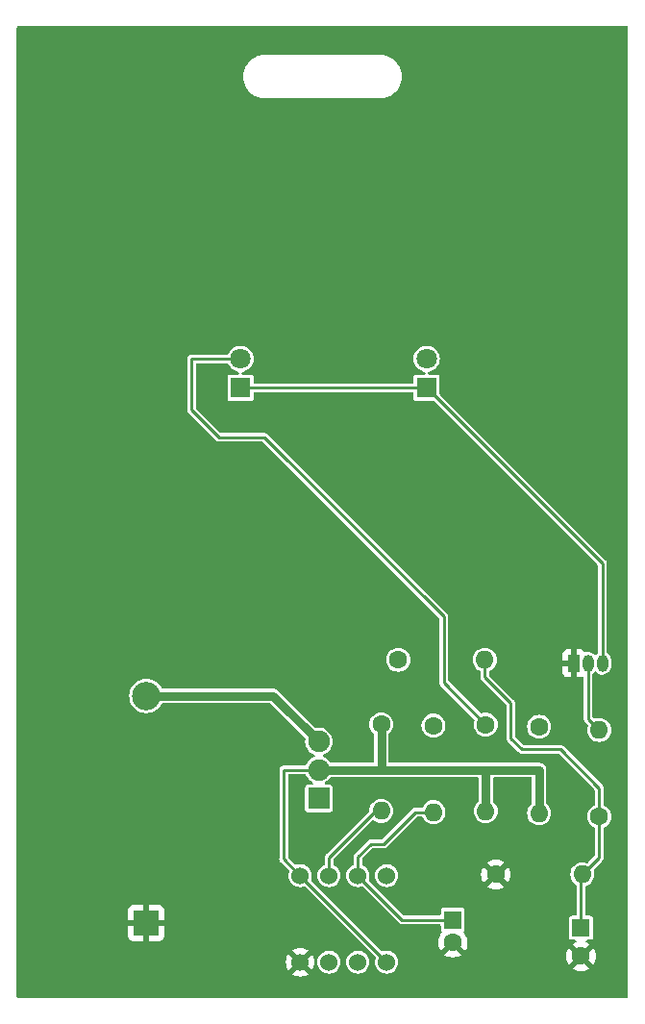
<source format=gbr>
%TF.GenerationSoftware,KiCad,Pcbnew,7.0.6*%
%TF.CreationDate,2024-05-29T23:10:09-05:00*%
%TF.ProjectId,My_kikad,4d795f6b-696b-4616-942e-6b696361645f,V01*%
%TF.SameCoordinates,Original*%
%TF.FileFunction,Copper,L1,Top*%
%TF.FilePolarity,Positive*%
%FSLAX46Y46*%
G04 Gerber Fmt 4.6, Leading zero omitted, Abs format (unit mm)*
G04 Created by KiCad (PCBNEW 7.0.6) date 2024-05-29 23:10:09*
%MOMM*%
%LPD*%
G01*
G04 APERTURE LIST*
%TA.AperFunction,ComponentPad*%
%ADD10C,1.600000*%
%TD*%
%TA.AperFunction,ComponentPad*%
%ADD11O,1.600000X1.600000*%
%TD*%
%TA.AperFunction,ComponentPad*%
%ADD12R,1.800000X1.800000*%
%TD*%
%TA.AperFunction,ComponentPad*%
%ADD13C,1.800000*%
%TD*%
%TA.AperFunction,ComponentPad*%
%ADD14C,1.524000*%
%TD*%
%TA.AperFunction,ComponentPad*%
%ADD15R,2.170000X2.170000*%
%TD*%
%TA.AperFunction,ComponentPad*%
%ADD16C,2.500000*%
%TD*%
%TA.AperFunction,ComponentPad*%
%ADD17R,1.600000X1.600000*%
%TD*%
%TA.AperFunction,ComponentPad*%
%ADD18R,1.900000X1.900000*%
%TD*%
%TA.AperFunction,ComponentPad*%
%ADD19C,1.900000*%
%TD*%
%TA.AperFunction,ComponentPad*%
%ADD20R,1.000000X1.500000*%
%TD*%
%TA.AperFunction,ComponentPad*%
%ADD21O,1.000000X1.500000*%
%TD*%
%TA.AperFunction,Conductor*%
%ADD22C,0.762000*%
%TD*%
%TA.AperFunction,Conductor*%
%ADD23C,0.254000*%
%TD*%
G04 APERTURE END LIST*
D10*
%TO.P,R2,1*%
%TO.N,Net-(U1-DIS)*%
X163700000Y-102990000D03*
D11*
%TO.P,R2,2*%
%TO.N,Net-(U1-THRESH)*%
X163700000Y-110610000D03*
%TD*%
D12*
%TO.P,D2,1,K*%
%TO.N,Net-(D1-K)*%
X163100000Y-73240000D03*
D13*
%TO.P,D2,2,A*%
%TO.N,Net-(D2-A)*%
X163100000Y-70700000D03*
%TD*%
D10*
%TO.P,R3,1*%
%TO.N,Net-(U1-OUT)*%
X160600000Y-97200000D03*
D11*
%TO.P,R3,2*%
%TO.N,Net-(C2-Pad1)*%
X168220000Y-97200000D03*
%TD*%
D10*
%TO.P,R4,1*%
%TO.N,Net-(C2-Pad1)*%
X178300000Y-111000000D03*
D11*
%TO.P,R4,2*%
%TO.N,Net-(Q1-B)*%
X178300000Y-103380000D03*
%TD*%
D14*
%TO.P,7555,1,GND*%
%TO.N,GND*%
X151960000Y-123820000D03*
%TO.P,7555,2,~{TRIG}*%
%TO.N,Net-(U1-THRESH)*%
X154500000Y-123820000D03*
%TO.P,7555,3,OUT*%
%TO.N,Net-(U1-OUT)*%
X157040000Y-123820000D03*
%TO.P,7555,4,~{RST}*%
%TO.N,VCC*%
X159580000Y-123820000D03*
%TO.P,7555,5,CV*%
%TO.N,unconnected-(U1-CV-Pad5)*%
X159580000Y-116200000D03*
%TO.P,7555,6,THRESH*%
%TO.N,Net-(U1-THRESH)*%
X157040000Y-116200000D03*
%TO.P,7555,7,DIS*%
%TO.N,Net-(U1-DIS)*%
X154500000Y-116200000D03*
%TO.P,7555,8,VDD*%
%TO.N,VCC*%
X151960000Y-116200000D03*
%TD*%
D15*
%TO.P,BAT1,Neg*%
%TO.N,GND*%
X138400000Y-120375700D03*
D16*
%TO.P,BAT1,Pos*%
%TO.N,Net-(BAT1-PadPos)*%
X138400000Y-100375700D03*
%TD*%
D10*
%TO.P,R7,1*%
%TO.N,Net-(D2-A)*%
X173000000Y-103100000D03*
D11*
%TO.P,R7,2*%
%TO.N,VCC*%
X173000000Y-110720000D03*
%TD*%
D17*
%TO.P,C1,1*%
%TO.N,Net-(U1-THRESH)*%
X165400000Y-120100000D03*
D10*
%TO.P,C1,2*%
%TO.N,GND*%
X165400000Y-122100000D03*
%TD*%
D18*
%TO.P,S1,1*%
%TO.N,unconnected-(S1-Pad1)*%
X153600000Y-109400000D03*
D19*
%TO.P,S1,2*%
%TO.N,VCC*%
X153600000Y-106900000D03*
%TO.P,S1,3*%
%TO.N,Net-(BAT1-PadPos)*%
X153600000Y-104400000D03*
%TD*%
D10*
%TO.P,R1,1*%
%TO.N,VCC*%
X159100000Y-102890000D03*
D11*
%TO.P,R1,2*%
%TO.N,Net-(U1-DIS)*%
X159100000Y-110510000D03*
%TD*%
D10*
%TO.P,R5,1*%
%TO.N,GND*%
X169200000Y-116100000D03*
D11*
%TO.P,R5,2*%
%TO.N,Net-(C2-Pad1)*%
X176820000Y-116100000D03*
%TD*%
D12*
%TO.P,D1,1,K*%
%TO.N,Net-(D1-K)*%
X146700000Y-73240000D03*
D13*
%TO.P,D1,2,A*%
%TO.N,Net-(D1-A)*%
X146700000Y-70700000D03*
%TD*%
D17*
%TO.P,C2,1*%
%TO.N,Net-(C2-Pad1)*%
X176700000Y-120800000D03*
D10*
%TO.P,C2,2*%
%TO.N,GND*%
X176700000Y-123300000D03*
%TD*%
D20*
%TO.P,Q1,1,E*%
%TO.N,GND*%
X176060000Y-97500000D03*
D21*
%TO.P,Q1,2,B*%
%TO.N,Net-(Q1-B)*%
X177330000Y-97500000D03*
%TO.P,Q1,3,C*%
%TO.N,Net-(D1-K)*%
X178600000Y-97500000D03*
%TD*%
D10*
%TO.P,R6,1*%
%TO.N,Net-(D1-A)*%
X168300000Y-102900000D03*
D11*
%TO.P,R6,2*%
%TO.N,VCC*%
X168300000Y-110520000D03*
%TD*%
D22*
%TO.N,Net-(BAT1-PadPos)*%
X149575700Y-100375700D02*
X153600000Y-104400000D01*
X138400000Y-100375700D02*
X149575700Y-100375700D01*
D23*
%TO.N,Net-(U1-THRESH)*%
X157040000Y-116200000D02*
X157040000Y-114560000D01*
X159300000Y-113400000D02*
X162090000Y-110610000D01*
X162500000Y-120100000D02*
X165400000Y-120100000D01*
X157040000Y-114560000D02*
X158200000Y-113400000D01*
X157040000Y-116200000D02*
X160940000Y-120100000D01*
X158200000Y-113400000D02*
X159300000Y-113400000D01*
X162090000Y-110610000D02*
X163700000Y-110610000D01*
X160940000Y-120100000D02*
X162500000Y-120100000D01*
%TO.N,Net-(C2-Pad1)*%
X170500000Y-104100000D02*
X171500000Y-105100000D01*
X171500000Y-105100000D02*
X174900000Y-105100000D01*
X174900000Y-105100000D02*
X178300000Y-108500000D01*
X176700000Y-116220000D02*
X176820000Y-116100000D01*
X168220000Y-98720000D02*
X170500000Y-101000000D01*
X168220000Y-97200000D02*
X168220000Y-98720000D01*
X176700000Y-121117621D02*
X176700000Y-116220000D01*
X170500000Y-101000000D02*
X170500000Y-104100000D01*
X176820000Y-116100000D02*
X178300000Y-114620000D01*
X178300000Y-108500000D02*
X178300000Y-111000000D01*
X178300000Y-114620000D02*
X178300000Y-111000000D01*
%TO.N,Net-(D1-K)*%
X178600000Y-88740000D02*
X163100000Y-73240000D01*
X163100000Y-73240000D02*
X146700000Y-73240000D01*
X178600000Y-97500000D02*
X178600000Y-88740000D01*
X147160000Y-73200000D02*
X146900000Y-72940000D01*
%TO.N,Net-(D1-A)*%
X142400000Y-75200000D02*
X142400000Y-70700000D01*
X164600000Y-93400000D02*
X148800000Y-77600000D01*
X148800000Y-77600000D02*
X144800000Y-77600000D01*
X144800000Y-77600000D02*
X142400000Y-75200000D01*
X142400000Y-70700000D02*
X146700000Y-70700000D01*
X168300000Y-102900000D02*
X164600000Y-99200000D01*
X164600000Y-99200000D02*
X164600000Y-93400000D01*
%TO.N,Net-(Q1-B)*%
X177330000Y-102410000D02*
X177330000Y-97500000D01*
X178300000Y-103380000D02*
X177330000Y-102410000D01*
D22*
%TO.N,VCC*%
X168300000Y-107000000D02*
X168400000Y-106900000D01*
X159100000Y-106900000D02*
X168400000Y-106900000D01*
X168300000Y-110520000D02*
X168300000Y-107000000D01*
X153600000Y-106900000D02*
X159100000Y-106900000D01*
X159100000Y-102890000D02*
X159100000Y-106900000D01*
X173000000Y-106900000D02*
X173000000Y-110720000D01*
D23*
X151960000Y-116200000D02*
X159580000Y-123820000D01*
D22*
X168400000Y-106900000D02*
X173000000Y-106900000D01*
D23*
X151960000Y-116200000D02*
X150500000Y-114740000D01*
X150500000Y-106900000D02*
X153600000Y-106900000D01*
X150500000Y-114740000D02*
X150500000Y-106900000D01*
%TO.N,Net-(U1-DIS)*%
X154500000Y-114600000D02*
X158590000Y-110510000D01*
X158590000Y-110510000D02*
X159100000Y-110510000D01*
X154500000Y-116200000D02*
X154500000Y-114600000D01*
%TD*%
%TA.AperFunction,Conductor*%
%TO.N,GND*%
G36*
X180789621Y-41422502D02*
G01*
X180836114Y-41476158D01*
X180847500Y-41528500D01*
X180847500Y-126873500D01*
X180827498Y-126941621D01*
X180773842Y-126988114D01*
X180721500Y-126999500D01*
X127126500Y-126999500D01*
X127058379Y-126979498D01*
X127011886Y-126925842D01*
X127000500Y-126873500D01*
X127000500Y-123820000D01*
X150693179Y-123820000D01*
X150712425Y-124039979D01*
X150769577Y-124253276D01*
X150769579Y-124253281D01*
X150862899Y-124453407D01*
X150908258Y-124518186D01*
X151575096Y-123851348D01*
X151575051Y-123851898D01*
X151606266Y-123975162D01*
X151675813Y-124081612D01*
X151776157Y-124159713D01*
X151896422Y-124201000D01*
X151932552Y-124201000D01*
X151261812Y-124871739D01*
X151261812Y-124871741D01*
X151326590Y-124917099D01*
X151326589Y-124917099D01*
X151526718Y-125010420D01*
X151526723Y-125010422D01*
X151740020Y-125067574D01*
X151959999Y-125086820D01*
X152179979Y-125067574D01*
X152393276Y-125010422D01*
X152393281Y-125010420D01*
X152593410Y-124917099D01*
X152593411Y-124917098D01*
X152658186Y-124871741D01*
X152658186Y-124871740D01*
X151987447Y-124201000D01*
X151991569Y-124201000D01*
X152085421Y-124185339D01*
X152197251Y-124124820D01*
X152283371Y-124031269D01*
X152334448Y-123914823D01*
X152340105Y-123846552D01*
X153011739Y-124518186D01*
X153011741Y-124518186D01*
X153057098Y-124453411D01*
X153057099Y-124453410D01*
X153150420Y-124253281D01*
X153150422Y-124253276D01*
X153207574Y-124039978D01*
X153226819Y-123819999D01*
X153478581Y-123819999D01*
X153498206Y-124019261D01*
X153498206Y-124019263D01*
X153556332Y-124210877D01*
X153556334Y-124210883D01*
X153650720Y-124387466D01*
X153650722Y-124387469D01*
X153777748Y-124542252D01*
X153932531Y-124669278D01*
X154109120Y-124763667D01*
X154300731Y-124821792D01*
X154300735Y-124821792D01*
X154300737Y-124821793D01*
X154499997Y-124841418D01*
X154500000Y-124841418D01*
X154500003Y-124841418D01*
X154699261Y-124821793D01*
X154699263Y-124821793D01*
X154699264Y-124821792D01*
X154699269Y-124821792D01*
X154890880Y-124763667D01*
X155067469Y-124669278D01*
X155222252Y-124542252D01*
X155349278Y-124387469D01*
X155443667Y-124210880D01*
X155501792Y-124019269D01*
X155506136Y-123975162D01*
X155521418Y-123820003D01*
X156018582Y-123820003D01*
X156038206Y-124019261D01*
X156038206Y-124019263D01*
X156096332Y-124210877D01*
X156096334Y-124210883D01*
X156190720Y-124387466D01*
X156190722Y-124387469D01*
X156317748Y-124542252D01*
X156472531Y-124669278D01*
X156649120Y-124763667D01*
X156840731Y-124821792D01*
X156840735Y-124821792D01*
X156840737Y-124821793D01*
X157039997Y-124841418D01*
X157040000Y-124841418D01*
X157040003Y-124841418D01*
X157239261Y-124821793D01*
X157239263Y-124821793D01*
X157239264Y-124821792D01*
X157239269Y-124821792D01*
X157430880Y-124763667D01*
X157607469Y-124669278D01*
X157762252Y-124542252D01*
X157889278Y-124387469D01*
X157983667Y-124210880D01*
X158041792Y-124019269D01*
X158046136Y-123975162D01*
X158061418Y-123820003D01*
X158061418Y-123819996D01*
X158041793Y-123620738D01*
X158041793Y-123620736D01*
X158041792Y-123620733D01*
X158041792Y-123620731D01*
X157983667Y-123429120D01*
X157889278Y-123252531D01*
X157762252Y-123097748D01*
X157607469Y-122970722D01*
X157607467Y-122970721D01*
X157607466Y-122970720D01*
X157430883Y-122876334D01*
X157430877Y-122876332D01*
X157265015Y-122826018D01*
X157239269Y-122818208D01*
X157239268Y-122818207D01*
X157239262Y-122818206D01*
X157040003Y-122798582D01*
X157039997Y-122798582D01*
X156840738Y-122818206D01*
X156840736Y-122818206D01*
X156649122Y-122876332D01*
X156649116Y-122876334D01*
X156472533Y-122970720D01*
X156317748Y-123097748D01*
X156190720Y-123252533D01*
X156096334Y-123429116D01*
X156096332Y-123429122D01*
X156038206Y-123620736D01*
X156038206Y-123620738D01*
X156018582Y-123819996D01*
X156018582Y-123820003D01*
X155521418Y-123820003D01*
X155521418Y-123819996D01*
X155501793Y-123620738D01*
X155501793Y-123620736D01*
X155501792Y-123620733D01*
X155501792Y-123620731D01*
X155443667Y-123429120D01*
X155349278Y-123252531D01*
X155222252Y-123097748D01*
X155067469Y-122970722D01*
X155067467Y-122970721D01*
X155067466Y-122970720D01*
X154890883Y-122876334D01*
X154890877Y-122876332D01*
X154725015Y-122826018D01*
X154699269Y-122818208D01*
X154699268Y-122818207D01*
X154699262Y-122818206D01*
X154500003Y-122798582D01*
X154499997Y-122798582D01*
X154300738Y-122818206D01*
X154300736Y-122818206D01*
X154109122Y-122876332D01*
X154109116Y-122876334D01*
X153932533Y-122970720D01*
X153777748Y-123097748D01*
X153650720Y-123252533D01*
X153556334Y-123429116D01*
X153556332Y-123429122D01*
X153498206Y-123620736D01*
X153498206Y-123620738D01*
X153478581Y-123819999D01*
X153226819Y-123819999D01*
X153207574Y-123600021D01*
X153150422Y-123386723D01*
X153150420Y-123386718D01*
X153057098Y-123186589D01*
X153011741Y-123121812D01*
X152344903Y-123788648D01*
X152344949Y-123788102D01*
X152313734Y-123664838D01*
X152244187Y-123558388D01*
X152143843Y-123480287D01*
X152023578Y-123439000D01*
X151987446Y-123439000D01*
X152658186Y-122768258D01*
X152593407Y-122722899D01*
X152393281Y-122629579D01*
X152393276Y-122629577D01*
X152179979Y-122572425D01*
X151960000Y-122553179D01*
X151740020Y-122572425D01*
X151526723Y-122629577D01*
X151526719Y-122629579D01*
X151326588Y-122722902D01*
X151261811Y-122768258D01*
X151932553Y-123439000D01*
X151928431Y-123439000D01*
X151834579Y-123454661D01*
X151722749Y-123515180D01*
X151636629Y-123608731D01*
X151585552Y-123725177D01*
X151579894Y-123793446D01*
X150908258Y-123121811D01*
X150862902Y-123186588D01*
X150769579Y-123386719D01*
X150769577Y-123386723D01*
X150712425Y-123600020D01*
X150693179Y-123820000D01*
X127000500Y-123820000D01*
X127000500Y-121508540D01*
X136815000Y-121508540D01*
X136821400Y-121568071D01*
X136871647Y-121702789D01*
X136957810Y-121817889D01*
X137072910Y-121904052D01*
X137207628Y-121954299D01*
X137267159Y-121960699D01*
X137267176Y-121960700D01*
X138150000Y-121960700D01*
X138150000Y-120905346D01*
X138247284Y-120945643D01*
X138361656Y-120960700D01*
X138438344Y-120960700D01*
X138552716Y-120945643D01*
X138650000Y-120905346D01*
X138650000Y-121960700D01*
X139532824Y-121960700D01*
X139532840Y-121960699D01*
X139592371Y-121954299D01*
X139727089Y-121904052D01*
X139842189Y-121817889D01*
X139928352Y-121702789D01*
X139978599Y-121568071D01*
X139984999Y-121508540D01*
X139985000Y-121508523D01*
X139985000Y-120625700D01*
X138929647Y-120625700D01*
X138969943Y-120528416D01*
X138990048Y-120375700D01*
X138969943Y-120222984D01*
X138929647Y-120125700D01*
X139985000Y-120125700D01*
X139985000Y-119242876D01*
X139984999Y-119242859D01*
X139978599Y-119183328D01*
X139928352Y-119048610D01*
X139842189Y-118933510D01*
X139727089Y-118847347D01*
X139592371Y-118797100D01*
X139532840Y-118790700D01*
X138650000Y-118790700D01*
X138650000Y-119846053D01*
X138552716Y-119805757D01*
X138438344Y-119790700D01*
X138361656Y-119790700D01*
X138247284Y-119805757D01*
X138150000Y-119846053D01*
X138150000Y-118790700D01*
X137267159Y-118790700D01*
X137207628Y-118797100D01*
X137072910Y-118847347D01*
X136957810Y-118933510D01*
X136871647Y-119048610D01*
X136821400Y-119183328D01*
X136815000Y-119242859D01*
X136815000Y-120125700D01*
X137870353Y-120125700D01*
X137830057Y-120222984D01*
X137809952Y-120375700D01*
X137830057Y-120528416D01*
X137870353Y-120625700D01*
X136815000Y-120625700D01*
X136815000Y-121508540D01*
X127000500Y-121508540D01*
X127000500Y-100375700D01*
X136890848Y-100375700D01*
X136909428Y-100611783D01*
X136945597Y-100762438D01*
X136964711Y-100842054D01*
X137050060Y-101048105D01*
X137055336Y-101060841D01*
X137146870Y-101210212D01*
X137179071Y-101262758D01*
X137179072Y-101262760D01*
X137332867Y-101442832D01*
X137512939Y-101596627D01*
X137512943Y-101596630D01*
X137714859Y-101720364D01*
X137933646Y-101810989D01*
X138163917Y-101866272D01*
X138400000Y-101884852D01*
X138636083Y-101866272D01*
X138866354Y-101810989D01*
X139085141Y-101720364D01*
X139287057Y-101596630D01*
X139467132Y-101442832D01*
X139620930Y-101262757D01*
X139738214Y-101071365D01*
X139790862Y-101023734D01*
X139845647Y-101011200D01*
X149260278Y-101011200D01*
X149328399Y-101031202D01*
X149349373Y-101048105D01*
X152374883Y-104073616D01*
X152408909Y-104135928D01*
X152411251Y-104174337D01*
X152410936Y-104177726D01*
X152410937Y-104177726D01*
X152390341Y-104399995D01*
X152390340Y-104400005D01*
X152410936Y-104622272D01*
X152466026Y-104815895D01*
X152472026Y-104836980D01*
X152571526Y-105036804D01*
X152571527Y-105036805D01*
X152571528Y-105036807D01*
X152706048Y-105214942D01*
X152871014Y-105365328D01*
X152871016Y-105365329D01*
X152871017Y-105365330D01*
X153060808Y-105482843D01*
X153105439Y-105500133D01*
X153189009Y-105532509D01*
X153245304Y-105575768D01*
X153269274Y-105642596D01*
X153253310Y-105711774D01*
X153202479Y-105761340D01*
X153189009Y-105767491D01*
X153060814Y-105817154D01*
X153060807Y-105817157D01*
X152871014Y-105934671D01*
X152706048Y-106085057D01*
X152571528Y-106263192D01*
X152571526Y-106263195D01*
X152571526Y-106263196D01*
X152479173Y-106448665D01*
X152430907Y-106500726D01*
X152366385Y-106518500D01*
X150518390Y-106518500D01*
X150513185Y-106518285D01*
X150494057Y-106516700D01*
X150468060Y-106514546D01*
X150468059Y-106514546D01*
X150424155Y-106525663D01*
X150419065Y-106526730D01*
X150402772Y-106529449D01*
X150374417Y-106534181D01*
X150374407Y-106534184D01*
X150374043Y-106534382D01*
X150345044Y-106545697D01*
X150344636Y-106545800D01*
X150306726Y-106570566D01*
X150302254Y-106573231D01*
X150262438Y-106594779D01*
X150262433Y-106594783D01*
X150262152Y-106595089D01*
X150238398Y-106615207D01*
X150238051Y-106615433D01*
X150238044Y-106615440D01*
X150210232Y-106651171D01*
X150206868Y-106655144D01*
X150176203Y-106688456D01*
X150176039Y-106688831D01*
X150160096Y-106715588D01*
X150159845Y-106715910D01*
X150159839Y-106715920D01*
X150145142Y-106758732D01*
X150143249Y-106763584D01*
X150125059Y-106805053D01*
X150125057Y-106805058D01*
X150125024Y-106805468D01*
X150118635Y-106835944D01*
X150118500Y-106836335D01*
X150118500Y-106881609D01*
X150118285Y-106886814D01*
X150114546Y-106931941D01*
X150114644Y-106932328D01*
X150118500Y-106963259D01*
X150118500Y-114687366D01*
X150115818Y-114713223D01*
X150113554Y-114724016D01*
X150115100Y-114736412D01*
X150118016Y-114759809D01*
X150118500Y-114767600D01*
X150118500Y-114771615D01*
X150118499Y-114771615D01*
X150122403Y-114795003D01*
X150129303Y-114850357D01*
X150131588Y-114858032D01*
X150134180Y-114865582D01*
X150134181Y-114865585D01*
X150134182Y-114865586D01*
X150160729Y-114914641D01*
X150166762Y-114926981D01*
X150185225Y-114964748D01*
X150189868Y-114971251D01*
X150194782Y-114977565D01*
X150235819Y-115015340D01*
X150235819Y-115015341D01*
X150966019Y-115745541D01*
X151000043Y-115807852D01*
X150997498Y-115871211D01*
X150958206Y-116000736D01*
X150958206Y-116000738D01*
X150938582Y-116199996D01*
X150938582Y-116200003D01*
X150958206Y-116399261D01*
X150958206Y-116399263D01*
X151016332Y-116590877D01*
X151016334Y-116590883D01*
X151102711Y-116752482D01*
X151110722Y-116767469D01*
X151237748Y-116922252D01*
X151392531Y-117049278D01*
X151392533Y-117049279D01*
X151560474Y-117139046D01*
X151569120Y-117143667D01*
X151760731Y-117201792D01*
X151760735Y-117201792D01*
X151760737Y-117201793D01*
X151959997Y-117221418D01*
X151960000Y-117221418D01*
X151960003Y-117221418D01*
X152159261Y-117201793D01*
X152159262Y-117201792D01*
X152159269Y-117201792D01*
X152288789Y-117162501D01*
X152359781Y-117161868D01*
X152414459Y-117193981D01*
X158586018Y-123365540D01*
X158620044Y-123427852D01*
X158617498Y-123491211D01*
X158578206Y-123620736D01*
X158578206Y-123620738D01*
X158558582Y-123819996D01*
X158558582Y-123820003D01*
X158578206Y-124019261D01*
X158578206Y-124019263D01*
X158636332Y-124210877D01*
X158636334Y-124210883D01*
X158730720Y-124387466D01*
X158730722Y-124387469D01*
X158857748Y-124542252D01*
X159012531Y-124669278D01*
X159189120Y-124763667D01*
X159380731Y-124821792D01*
X159380735Y-124821792D01*
X159380737Y-124821793D01*
X159579997Y-124841418D01*
X159580000Y-124841418D01*
X159580003Y-124841418D01*
X159779261Y-124821793D01*
X159779263Y-124821793D01*
X159779264Y-124821792D01*
X159779269Y-124821792D01*
X159970880Y-124763667D01*
X160147469Y-124669278D01*
X160302252Y-124542252D01*
X160429278Y-124387469D01*
X160523667Y-124210880D01*
X160581792Y-124019269D01*
X160586136Y-123975162D01*
X160601418Y-123820003D01*
X160601418Y-123819996D01*
X160581793Y-123620738D01*
X160581793Y-123620736D01*
X160581792Y-123620733D01*
X160581792Y-123620731D01*
X160523667Y-123429120D01*
X160429278Y-123252531D01*
X160302252Y-123097748D01*
X160147469Y-122970722D01*
X160147467Y-122970721D01*
X160147466Y-122970720D01*
X159970883Y-122876334D01*
X159970877Y-122876332D01*
X159805015Y-122826018D01*
X159779269Y-122818208D01*
X159779268Y-122818207D01*
X159779262Y-122818206D01*
X159580003Y-122798582D01*
X159579997Y-122798582D01*
X159380738Y-122818206D01*
X159380736Y-122818206D01*
X159294318Y-122844421D01*
X159251210Y-122857498D01*
X159180217Y-122858131D01*
X159125540Y-122826018D01*
X152953982Y-116654459D01*
X152919956Y-116592147D01*
X152922503Y-116528788D01*
X152961791Y-116399272D01*
X152961793Y-116399261D01*
X152981418Y-116200003D01*
X153478582Y-116200003D01*
X153498206Y-116399261D01*
X153498206Y-116399263D01*
X153556332Y-116590877D01*
X153556334Y-116590883D01*
X153642711Y-116752482D01*
X153650722Y-116767469D01*
X153777748Y-116922252D01*
X153932531Y-117049278D01*
X153932533Y-117049279D01*
X154100474Y-117139046D01*
X154109120Y-117143667D01*
X154300731Y-117201792D01*
X154300735Y-117201792D01*
X154300737Y-117201793D01*
X154499997Y-117221418D01*
X154500000Y-117221418D01*
X154500003Y-117221418D01*
X154699261Y-117201793D01*
X154699263Y-117201793D01*
X154699264Y-117201792D01*
X154699269Y-117201792D01*
X154890880Y-117143667D01*
X155067469Y-117049278D01*
X155222252Y-116922252D01*
X155349278Y-116767469D01*
X155443667Y-116590880D01*
X155501792Y-116399269D01*
X155508949Y-116326602D01*
X155521418Y-116200003D01*
X156018582Y-116200003D01*
X156038206Y-116399261D01*
X156038206Y-116399263D01*
X156096332Y-116590877D01*
X156096334Y-116590883D01*
X156182711Y-116752482D01*
X156190722Y-116767469D01*
X156317748Y-116922252D01*
X156472531Y-117049278D01*
X156472533Y-117049279D01*
X156640474Y-117139046D01*
X156649120Y-117143667D01*
X156840731Y-117201792D01*
X156840735Y-117201792D01*
X156840737Y-117201793D01*
X157039997Y-117221418D01*
X157040000Y-117221418D01*
X157040003Y-117221418D01*
X157239261Y-117201793D01*
X157239262Y-117201792D01*
X157239269Y-117201792D01*
X157368789Y-117162501D01*
X157439781Y-117161868D01*
X157494459Y-117193981D01*
X160633019Y-120332542D01*
X160649405Y-120352718D01*
X160655440Y-120361956D01*
X160655441Y-120361957D01*
X160655443Y-120361959D01*
X160683894Y-120384103D01*
X160689753Y-120389276D01*
X160692591Y-120392114D01*
X160698379Y-120396246D01*
X160711900Y-120405901D01*
X160755912Y-120440156D01*
X160755915Y-120440158D01*
X160755916Y-120440158D01*
X160762941Y-120443960D01*
X160770134Y-120447477D01*
X160823586Y-120463389D01*
X160876334Y-120481499D01*
X160876338Y-120481499D01*
X160876339Y-120481500D01*
X160876340Y-120481500D01*
X160884247Y-120482819D01*
X160892157Y-120483805D01*
X160892158Y-120483804D01*
X160892159Y-120483805D01*
X160947884Y-120481500D01*
X162436339Y-120481500D01*
X164219501Y-120481500D01*
X164287622Y-120501502D01*
X164334115Y-120555158D01*
X164345501Y-120607500D01*
X164345501Y-120925072D01*
X164360265Y-120999300D01*
X164423411Y-121093803D01*
X164419714Y-121096272D01*
X164442206Y-121137461D01*
X164437141Y-121208276D01*
X164408188Y-121253332D01*
X164400337Y-121261183D01*
X164269866Y-121447516D01*
X164173734Y-121653671D01*
X164173732Y-121653676D01*
X164114859Y-121873397D01*
X164095034Y-122100000D01*
X164114859Y-122326602D01*
X164173732Y-122546323D01*
X164173734Y-122546328D01*
X164269867Y-122752486D01*
X164320972Y-122825471D01*
X165002045Y-122144399D01*
X165014835Y-122225148D01*
X165072359Y-122338045D01*
X165161955Y-122427641D01*
X165274852Y-122485165D01*
X165355598Y-122497953D01*
X164674527Y-123179024D01*
X164674527Y-123179027D01*
X164747513Y-123230132D01*
X164953671Y-123326265D01*
X164953676Y-123326267D01*
X165173397Y-123385140D01*
X165400000Y-123404965D01*
X165626602Y-123385140D01*
X165846323Y-123326267D01*
X165846328Y-123326265D01*
X166052482Y-123230134D01*
X166125471Y-123179026D01*
X166125471Y-123179025D01*
X165444400Y-122497953D01*
X165525148Y-122485165D01*
X165638045Y-122427641D01*
X165727641Y-122338045D01*
X165785165Y-122225148D01*
X165797953Y-122144400D01*
X166479024Y-122825471D01*
X166479026Y-122825471D01*
X166530134Y-122752482D01*
X166626265Y-122546328D01*
X166626267Y-122546323D01*
X166685140Y-122326602D01*
X166704965Y-122100000D01*
X166685140Y-121873397D01*
X166626267Y-121653676D01*
X166626265Y-121653671D01*
X166530133Y-121447516D01*
X166399664Y-121261187D01*
X166399659Y-121261181D01*
X166391818Y-121253340D01*
X166357792Y-121191028D01*
X166362857Y-121120213D01*
X166378870Y-121095326D01*
X166376590Y-121093802D01*
X166439733Y-120999302D01*
X166439732Y-120999302D01*
X166439734Y-120999301D01*
X166454500Y-120925067D01*
X166454499Y-119274934D01*
X166454498Y-119274930D01*
X166454498Y-119274926D01*
X166439734Y-119200699D01*
X166383483Y-119116515D01*
X166299302Y-119060266D01*
X166225067Y-119045500D01*
X164574936Y-119045500D01*
X164574926Y-119045501D01*
X164500699Y-119060265D01*
X164416515Y-119116516D01*
X164360266Y-119200697D01*
X164345500Y-119274930D01*
X164345500Y-119592500D01*
X164325498Y-119660621D01*
X164271842Y-119707114D01*
X164219500Y-119718500D01*
X161150212Y-119718500D01*
X161082091Y-119698498D01*
X161061117Y-119681595D01*
X158033982Y-116654459D01*
X157999956Y-116592147D01*
X158002503Y-116528788D01*
X158041791Y-116399272D01*
X158041793Y-116399261D01*
X158061418Y-116200003D01*
X158558582Y-116200003D01*
X158578206Y-116399261D01*
X158578206Y-116399263D01*
X158636332Y-116590877D01*
X158636334Y-116590883D01*
X158722711Y-116752482D01*
X158730722Y-116767469D01*
X158857748Y-116922252D01*
X159012531Y-117049278D01*
X159012533Y-117049279D01*
X159180474Y-117139046D01*
X159189120Y-117143667D01*
X159380731Y-117201792D01*
X159380735Y-117201792D01*
X159380737Y-117201793D01*
X159579997Y-117221418D01*
X159580000Y-117221418D01*
X159580003Y-117221418D01*
X159779261Y-117201793D01*
X159779263Y-117201793D01*
X159779264Y-117201792D01*
X159779269Y-117201792D01*
X159970880Y-117143667D01*
X160147469Y-117049278D01*
X160302252Y-116922252D01*
X160429278Y-116767469D01*
X160523667Y-116590880D01*
X160581792Y-116399269D01*
X160588949Y-116326602D01*
X160601418Y-116200003D01*
X160601418Y-116199996D01*
X160591569Y-116100000D01*
X167895034Y-116100000D01*
X167914859Y-116326602D01*
X167973732Y-116546323D01*
X167973734Y-116546328D01*
X168069867Y-116752486D01*
X168120972Y-116825471D01*
X168802045Y-116144398D01*
X168814835Y-116225148D01*
X168872359Y-116338045D01*
X168961955Y-116427641D01*
X169074852Y-116485165D01*
X169155598Y-116497953D01*
X168474527Y-117179024D01*
X168474527Y-117179027D01*
X168547513Y-117230132D01*
X168753671Y-117326265D01*
X168753676Y-117326267D01*
X168973397Y-117385140D01*
X169200000Y-117404965D01*
X169426602Y-117385140D01*
X169646323Y-117326267D01*
X169646328Y-117326265D01*
X169852482Y-117230134D01*
X169925471Y-117179026D01*
X169925471Y-117179025D01*
X169244400Y-116497953D01*
X169325148Y-116485165D01*
X169438045Y-116427641D01*
X169527641Y-116338045D01*
X169585165Y-116225148D01*
X169597953Y-116144400D01*
X170279024Y-116825471D01*
X170279026Y-116825471D01*
X170330134Y-116752482D01*
X170426265Y-116546328D01*
X170426267Y-116546323D01*
X170485140Y-116326602D01*
X170504965Y-116100000D01*
X170485140Y-115873397D01*
X170426267Y-115653676D01*
X170426265Y-115653671D01*
X170330132Y-115447513D01*
X170279026Y-115374527D01*
X169597953Y-116055598D01*
X169585165Y-115974852D01*
X169527641Y-115861955D01*
X169438045Y-115772359D01*
X169325148Y-115714835D01*
X169244399Y-115702046D01*
X169925471Y-115020972D01*
X169925471Y-115020971D01*
X169852486Y-114969867D01*
X169646328Y-114873734D01*
X169646323Y-114873732D01*
X169426602Y-114814859D01*
X169200000Y-114795034D01*
X168973397Y-114814859D01*
X168753676Y-114873732D01*
X168753672Y-114873734D01*
X168547515Y-114969867D01*
X168474526Y-115020973D01*
X169155599Y-115702046D01*
X169074852Y-115714835D01*
X168961955Y-115772359D01*
X168872359Y-115861955D01*
X168814835Y-115974852D01*
X168802046Y-116055600D01*
X168120972Y-115374526D01*
X168069867Y-115447515D01*
X167973734Y-115653672D01*
X167973732Y-115653676D01*
X167914859Y-115873397D01*
X167895034Y-116100000D01*
X160591569Y-116100000D01*
X160581793Y-116000738D01*
X160581793Y-116000736D01*
X160581792Y-116000733D01*
X160581792Y-116000731D01*
X160523667Y-115809120D01*
X160429278Y-115632531D01*
X160302252Y-115477748D01*
X160147469Y-115350722D01*
X160147467Y-115350721D01*
X160147466Y-115350720D01*
X159970883Y-115256334D01*
X159970877Y-115256332D01*
X159847725Y-115218974D01*
X159779269Y-115198208D01*
X159779268Y-115198207D01*
X159779262Y-115198206D01*
X159580003Y-115178582D01*
X159579997Y-115178582D01*
X159380738Y-115198206D01*
X159380736Y-115198206D01*
X159189122Y-115256332D01*
X159189116Y-115256334D01*
X159012533Y-115350720D01*
X158857748Y-115477748D01*
X158730720Y-115632533D01*
X158636334Y-115809116D01*
X158636332Y-115809122D01*
X158578206Y-116000736D01*
X158578206Y-116000738D01*
X158558582Y-116199996D01*
X158558582Y-116200003D01*
X158061418Y-116200003D01*
X158061418Y-116199996D01*
X158041793Y-116000738D01*
X158041793Y-116000736D01*
X158041792Y-116000733D01*
X158041792Y-116000731D01*
X157983667Y-115809120D01*
X157889278Y-115632531D01*
X157762252Y-115477748D01*
X157607469Y-115350722D01*
X157520590Y-115304284D01*
X157488103Y-115286919D01*
X157437455Y-115237166D01*
X157421500Y-115175797D01*
X157421500Y-114770213D01*
X157441502Y-114702092D01*
X157458405Y-114681117D01*
X158321119Y-113818404D01*
X158383431Y-113784379D01*
X158410214Y-113781500D01*
X159247366Y-113781500D01*
X159273224Y-113784181D01*
X159284017Y-113786445D01*
X159319809Y-113781983D01*
X159327600Y-113781500D01*
X159331611Y-113781500D01*
X159355005Y-113777596D01*
X159362887Y-113776613D01*
X159410360Y-113770696D01*
X159410362Y-113770694D01*
X159418011Y-113768417D01*
X159425584Y-113765818D01*
X159425586Y-113765818D01*
X159474641Y-113739270D01*
X159524746Y-113714776D01*
X159524750Y-113714771D01*
X159531266Y-113710120D01*
X159537562Y-113705220D01*
X159575341Y-113664180D01*
X162211118Y-111028405D01*
X162273430Y-110994379D01*
X162300213Y-110991500D01*
X162632710Y-110991500D01*
X162700831Y-111011502D01*
X162743832Y-111058104D01*
X162818974Y-111198686D01*
X162950747Y-111359252D01*
X163111313Y-111491024D01*
X163111313Y-111491025D01*
X163126130Y-111498945D01*
X163294508Y-111588945D01*
X163493282Y-111649242D01*
X163493286Y-111649242D01*
X163493288Y-111649243D01*
X163699997Y-111669602D01*
X163700000Y-111669602D01*
X163700003Y-111669602D01*
X163906711Y-111649243D01*
X163906712Y-111649242D01*
X163906718Y-111649242D01*
X164105492Y-111588945D01*
X164288683Y-111491027D01*
X164288684Y-111491025D01*
X164288686Y-111491025D01*
X164288686Y-111491024D01*
X164449252Y-111359252D01*
X164581027Y-111198683D01*
X164678945Y-111015492D01*
X164739242Y-110816718D01*
X164741551Y-110793282D01*
X164759602Y-110610003D01*
X164759602Y-110609996D01*
X164739243Y-110403288D01*
X164739242Y-110403286D01*
X164739242Y-110403282D01*
X164678945Y-110204508D01*
X164581027Y-110021317D01*
X164581025Y-110021313D01*
X164449252Y-109860747D01*
X164288686Y-109728975D01*
X164288686Y-109728974D01*
X164105492Y-109631055D01*
X163906711Y-109570756D01*
X163700003Y-109550398D01*
X163699997Y-109550398D01*
X163493288Y-109570756D01*
X163294507Y-109631055D01*
X163111313Y-109728974D01*
X163111313Y-109728975D01*
X162950747Y-109860747D01*
X162818975Y-110021313D01*
X162818974Y-110021313D01*
X162743832Y-110161896D01*
X162694080Y-110212544D01*
X162632710Y-110228500D01*
X162142635Y-110228500D01*
X162116776Y-110225818D01*
X162105982Y-110223554D01*
X162083788Y-110226321D01*
X162070189Y-110228016D01*
X162062401Y-110228500D01*
X162058389Y-110228500D01*
X162040842Y-110231428D01*
X162034992Y-110232404D01*
X161979642Y-110239303D01*
X161971983Y-110241583D01*
X161964415Y-110244181D01*
X161915358Y-110270729D01*
X161865256Y-110295222D01*
X161858743Y-110299872D01*
X161852437Y-110304780D01*
X161814657Y-110345820D01*
X159178882Y-112981595D01*
X159116570Y-113015621D01*
X159089787Y-113018500D01*
X158252635Y-113018500D01*
X158226776Y-113015818D01*
X158215982Y-113013554D01*
X158193788Y-113016321D01*
X158180189Y-113018016D01*
X158172401Y-113018500D01*
X158168389Y-113018500D01*
X158150842Y-113021428D01*
X158144992Y-113022404D01*
X158089642Y-113029303D01*
X158081974Y-113031586D01*
X158074414Y-113034181D01*
X158025369Y-113060722D01*
X157975255Y-113085222D01*
X157968760Y-113089859D01*
X157962436Y-113094781D01*
X157924668Y-113135808D01*
X156807455Y-114253020D01*
X156787282Y-114269404D01*
X156778041Y-114275441D01*
X156755896Y-114303893D01*
X156750736Y-114309738D01*
X156747892Y-114312583D01*
X156734099Y-114331900D01*
X156699840Y-114375916D01*
X156696030Y-114382958D01*
X156692524Y-114390129D01*
X156676610Y-114443586D01*
X156658499Y-114496339D01*
X156657184Y-114504218D01*
X156656194Y-114512160D01*
X156658500Y-114567884D01*
X156658500Y-115175797D01*
X156638498Y-115243918D01*
X156591897Y-115286919D01*
X156540822Y-115314219D01*
X156472531Y-115350722D01*
X156317747Y-115477748D01*
X156317748Y-115477748D01*
X156190720Y-115632533D01*
X156096334Y-115809116D01*
X156096332Y-115809122D01*
X156038206Y-116000736D01*
X156038206Y-116000738D01*
X156018582Y-116199996D01*
X156018582Y-116200003D01*
X155521418Y-116200003D01*
X155521418Y-116199996D01*
X155501793Y-116000738D01*
X155501793Y-116000736D01*
X155501792Y-116000733D01*
X155501792Y-116000731D01*
X155443667Y-115809120D01*
X155349278Y-115632531D01*
X155222252Y-115477748D01*
X155067469Y-115350722D01*
X154980590Y-115304284D01*
X154948103Y-115286919D01*
X154897455Y-115237166D01*
X154881500Y-115175797D01*
X154881500Y-114810211D01*
X154901502Y-114742090D01*
X154918400Y-114721121D01*
X158286213Y-111353307D01*
X158348523Y-111319283D01*
X158419338Y-111324348D01*
X158455235Y-111345002D01*
X158511317Y-111391027D01*
X158694508Y-111488945D01*
X158893282Y-111549242D01*
X158893286Y-111549242D01*
X158893288Y-111549243D01*
X159099997Y-111569602D01*
X159100000Y-111569602D01*
X159100003Y-111569602D01*
X159306711Y-111549243D01*
X159306712Y-111549242D01*
X159306718Y-111549242D01*
X159505492Y-111488945D01*
X159688683Y-111391027D01*
X159688684Y-111391025D01*
X159688686Y-111391025D01*
X159688686Y-111391024D01*
X159849252Y-111259252D01*
X159981027Y-111098683D01*
X160078945Y-110915492D01*
X160139242Y-110716718D01*
X160149754Y-110609996D01*
X160159602Y-110510003D01*
X160159602Y-110509996D01*
X160139243Y-110303288D01*
X160139242Y-110303286D01*
X160139242Y-110303282D01*
X160078945Y-110104508D01*
X159981027Y-109921317D01*
X159981025Y-109921313D01*
X159849252Y-109760747D01*
X159688686Y-109628975D01*
X159688686Y-109628974D01*
X159505492Y-109531055D01*
X159306711Y-109470756D01*
X159100003Y-109450398D01*
X159099997Y-109450398D01*
X158893288Y-109470756D01*
X158694507Y-109531055D01*
X158511313Y-109628974D01*
X158511313Y-109628975D01*
X158350747Y-109760747D01*
X158218975Y-109921313D01*
X158218974Y-109921313D01*
X158121055Y-110104507D01*
X158060756Y-110303288D01*
X158043715Y-110476314D01*
X158017132Y-110542146D01*
X158007417Y-110553059D01*
X154267455Y-114293020D01*
X154247282Y-114309404D01*
X154238041Y-114315441D01*
X154215896Y-114343893D01*
X154210736Y-114349738D01*
X154207892Y-114352583D01*
X154194099Y-114371900D01*
X154159840Y-114415916D01*
X154156030Y-114422958D01*
X154152524Y-114430129D01*
X154136610Y-114483586D01*
X154118499Y-114536339D01*
X154117184Y-114544218D01*
X154116194Y-114552160D01*
X154118500Y-114607884D01*
X154118500Y-115175797D01*
X154098498Y-115243918D01*
X154051897Y-115286919D01*
X154000822Y-115314219D01*
X153932531Y-115350722D01*
X153777747Y-115477748D01*
X153777748Y-115477748D01*
X153650720Y-115632533D01*
X153556334Y-115809116D01*
X153556332Y-115809122D01*
X153498206Y-116000736D01*
X153498206Y-116000738D01*
X153478582Y-116199996D01*
X153478582Y-116200003D01*
X152981418Y-116200003D01*
X152981418Y-116199996D01*
X152961793Y-116000738D01*
X152961793Y-116000736D01*
X152961792Y-116000733D01*
X152961792Y-116000731D01*
X152903667Y-115809120D01*
X152809278Y-115632531D01*
X152682252Y-115477748D01*
X152527469Y-115350722D01*
X152527467Y-115350721D01*
X152527466Y-115350720D01*
X152350883Y-115256334D01*
X152350877Y-115256332D01*
X152227725Y-115218974D01*
X152159269Y-115198208D01*
X152159268Y-115198207D01*
X152159262Y-115198206D01*
X151960003Y-115178582D01*
X151959997Y-115178582D01*
X151760738Y-115198206D01*
X151760733Y-115198207D01*
X151631210Y-115237497D01*
X151560216Y-115238130D01*
X151505540Y-115206017D01*
X150918405Y-114618882D01*
X150884379Y-114556570D01*
X150881500Y-114529787D01*
X150881500Y-107407500D01*
X150901502Y-107339379D01*
X150955158Y-107292886D01*
X151007500Y-107281500D01*
X152366385Y-107281500D01*
X152434506Y-107301502D01*
X152479173Y-107351334D01*
X152571526Y-107536804D01*
X152571527Y-107536805D01*
X152571528Y-107536807D01*
X152706048Y-107714942D01*
X152871014Y-107865328D01*
X152871016Y-107865329D01*
X152871017Y-107865330D01*
X153027750Y-107962374D01*
X153075136Y-108015239D01*
X153086419Y-108085333D01*
X153058016Y-108150400D01*
X152998943Y-108189782D01*
X152961418Y-108195500D01*
X152624936Y-108195500D01*
X152624926Y-108195501D01*
X152550699Y-108210265D01*
X152466515Y-108266516D01*
X152410266Y-108350697D01*
X152395500Y-108424930D01*
X152395500Y-110375063D01*
X152395501Y-110375073D01*
X152410265Y-110449300D01*
X152466516Y-110533484D01*
X152550697Y-110589733D01*
X152550699Y-110589734D01*
X152624933Y-110604500D01*
X154575066Y-110604499D01*
X154575069Y-110604498D01*
X154575073Y-110604498D01*
X154625303Y-110594507D01*
X154649301Y-110589734D01*
X154733484Y-110533484D01*
X154789734Y-110449301D01*
X154804500Y-110375067D01*
X154804499Y-108424934D01*
X154804498Y-108424930D01*
X154804498Y-108424926D01*
X154789734Y-108350699D01*
X154772801Y-108325358D01*
X154733484Y-108266516D01*
X154727378Y-108262436D01*
X154649302Y-108210266D01*
X154575069Y-108195500D01*
X154238582Y-108195500D01*
X154170461Y-108175498D01*
X154123968Y-108121842D01*
X154113864Y-108051568D01*
X154143358Y-107986988D01*
X154172246Y-107962376D01*
X154328983Y-107865330D01*
X154493950Y-107714943D01*
X154591649Y-107585568D01*
X154648662Y-107543261D01*
X154692199Y-107535500D01*
X159019718Y-107535500D01*
X159028016Y-107535500D01*
X159051626Y-107537731D01*
X159059779Y-107539287D01*
X159118012Y-107535623D01*
X159121945Y-107535500D01*
X167538500Y-107535500D01*
X167606621Y-107555502D01*
X167653114Y-107609158D01*
X167664500Y-107661500D01*
X167664500Y-109617800D01*
X167644498Y-109685921D01*
X167618434Y-109715199D01*
X167550745Y-109770750D01*
X167418975Y-109931313D01*
X167418974Y-109931313D01*
X167321055Y-110114507D01*
X167260756Y-110313288D01*
X167240398Y-110519996D01*
X167240398Y-110520003D01*
X167260756Y-110726711D01*
X167321055Y-110925492D01*
X167418974Y-111108686D01*
X167550747Y-111269252D01*
X167711313Y-111401024D01*
X167711313Y-111401025D01*
X167711317Y-111401027D01*
X167894508Y-111498945D01*
X168093282Y-111559242D01*
X168093286Y-111559242D01*
X168093288Y-111559243D01*
X168299997Y-111579602D01*
X168300000Y-111579602D01*
X168300003Y-111579602D01*
X168506711Y-111559243D01*
X168506712Y-111559242D01*
X168506718Y-111559242D01*
X168705492Y-111498945D01*
X168888683Y-111401027D01*
X168888684Y-111401025D01*
X168888686Y-111401025D01*
X168888686Y-111401024D01*
X169049252Y-111269252D01*
X169181027Y-111108683D01*
X169278945Y-110925492D01*
X169339242Y-110726718D01*
X169339904Y-110720003D01*
X169359602Y-110520003D01*
X169359602Y-110519996D01*
X169339243Y-110313288D01*
X169339242Y-110313286D01*
X169339242Y-110313282D01*
X169278945Y-110114508D01*
X169181027Y-109931317D01*
X169181025Y-109931313D01*
X169049254Y-109770750D01*
X168981566Y-109715199D01*
X168941597Y-109656522D01*
X168935500Y-109617800D01*
X168935500Y-107661500D01*
X168955502Y-107593379D01*
X169009158Y-107546886D01*
X169061500Y-107535500D01*
X172238500Y-107535500D01*
X172306621Y-107555502D01*
X172353114Y-107609158D01*
X172364500Y-107661500D01*
X172364500Y-109817800D01*
X172344498Y-109885921D01*
X172318434Y-109915199D01*
X172250745Y-109970750D01*
X172118975Y-110131313D01*
X172118974Y-110131313D01*
X172021055Y-110314507D01*
X171960756Y-110513288D01*
X171940398Y-110719996D01*
X171940398Y-110720003D01*
X171960756Y-110926711D01*
X171960757Y-110926717D01*
X171960758Y-110926718D01*
X171982988Y-111000000D01*
X172021055Y-111125492D01*
X172118974Y-111308686D01*
X172250747Y-111469252D01*
X172411313Y-111601024D01*
X172411313Y-111601025D01*
X172411317Y-111601027D01*
X172594508Y-111698945D01*
X172793282Y-111759242D01*
X172793286Y-111759242D01*
X172793288Y-111759243D01*
X172999997Y-111779602D01*
X173000000Y-111779602D01*
X173000003Y-111779602D01*
X173206711Y-111759243D01*
X173206712Y-111759242D01*
X173206718Y-111759242D01*
X173405492Y-111698945D01*
X173588683Y-111601027D01*
X173588684Y-111601025D01*
X173588686Y-111601025D01*
X173588686Y-111601024D01*
X173749252Y-111469252D01*
X173881027Y-111308683D01*
X173978945Y-111125492D01*
X174039242Y-110926718D01*
X174052385Y-110793282D01*
X174059602Y-110720003D01*
X174059602Y-110719996D01*
X174039243Y-110513288D01*
X174039242Y-110513286D01*
X174039242Y-110513282D01*
X173978945Y-110314508D01*
X173881027Y-110131317D01*
X173881025Y-110131313D01*
X173749254Y-109970750D01*
X173681566Y-109915199D01*
X173641597Y-109856522D01*
X173635500Y-109817800D01*
X173635500Y-106971984D01*
X173637732Y-106948370D01*
X173637888Y-106947553D01*
X173639287Y-106940221D01*
X173635623Y-106881988D01*
X173635500Y-106878052D01*
X173635500Y-106860024D01*
X173635500Y-106860017D01*
X173633236Y-106842103D01*
X173632867Y-106838204D01*
X173629205Y-106779973D01*
X173626640Y-106772081D01*
X173621468Y-106748938D01*
X173620427Y-106740703D01*
X173620427Y-106740701D01*
X173598945Y-106686446D01*
X173597614Y-106682749D01*
X173587354Y-106651171D01*
X173579588Y-106627267D01*
X173575141Y-106620260D01*
X173564371Y-106599122D01*
X173562774Y-106595089D01*
X173561319Y-106591412D01*
X173527029Y-106544216D01*
X173524805Y-106540943D01*
X173520641Y-106534382D01*
X173510426Y-106518285D01*
X173493553Y-106491696D01*
X173493551Y-106491695D01*
X173487500Y-106486012D01*
X173471821Y-106468228D01*
X173466942Y-106461513D01*
X173421999Y-106424333D01*
X173419029Y-106421715D01*
X173376508Y-106381785D01*
X173376502Y-106381780D01*
X173369231Y-106377783D01*
X173349622Y-106364457D01*
X173343230Y-106359169D01*
X173343226Y-106359167D01*
X173343224Y-106359165D01*
X173331557Y-106353674D01*
X173290443Y-106334326D01*
X173286918Y-106332530D01*
X173235808Y-106304433D01*
X173235805Y-106304432D01*
X173235803Y-106304431D01*
X173227752Y-106302363D01*
X173205453Y-106294334D01*
X173197943Y-106290800D01*
X173197940Y-106290799D01*
X173140643Y-106279868D01*
X173136782Y-106279005D01*
X173080283Y-106264500D01*
X173080282Y-106264500D01*
X173071984Y-106264500D01*
X173048373Y-106262268D01*
X173046654Y-106261940D01*
X173040223Y-106260713D01*
X173040218Y-106260713D01*
X173028651Y-106261440D01*
X172981987Y-106264376D01*
X172978055Y-106264500D01*
X168484070Y-106264500D01*
X168468201Y-106262747D01*
X168468174Y-106263038D01*
X168460281Y-106262292D01*
X168390029Y-106264500D01*
X159861500Y-106264500D01*
X159793379Y-106244498D01*
X159746886Y-106190842D01*
X159735500Y-106138500D01*
X159735500Y-103792199D01*
X159755502Y-103724078D01*
X159781567Y-103694799D01*
X159789016Y-103688686D01*
X159849252Y-103639252D01*
X159981027Y-103478683D01*
X160078945Y-103295492D01*
X160139242Y-103096718D01*
X160149753Y-102990003D01*
X162640398Y-102990003D01*
X162660756Y-103196711D01*
X162660757Y-103196717D01*
X162660758Y-103196718D01*
X162721054Y-103395492D01*
X162721055Y-103395492D01*
X162818974Y-103578686D01*
X162950747Y-103739252D01*
X163111313Y-103871024D01*
X163111313Y-103871025D01*
X163126130Y-103878945D01*
X163294508Y-103968945D01*
X163493282Y-104029242D01*
X163493286Y-104029242D01*
X163493288Y-104029243D01*
X163699997Y-104049602D01*
X163700000Y-104049602D01*
X163700003Y-104049602D01*
X163906711Y-104029243D01*
X163906712Y-104029242D01*
X163906718Y-104029242D01*
X164105492Y-103968945D01*
X164288683Y-103871027D01*
X164288684Y-103871025D01*
X164288686Y-103871025D01*
X164288686Y-103871024D01*
X164449252Y-103739252D01*
X164581027Y-103578683D01*
X164678945Y-103395492D01*
X164739242Y-103196718D01*
X164741551Y-103173282D01*
X164759602Y-102990003D01*
X164759602Y-102989996D01*
X164739243Y-102783288D01*
X164739242Y-102783286D01*
X164739242Y-102783282D01*
X164678945Y-102584508D01*
X164581027Y-102401317D01*
X164581025Y-102401313D01*
X164449252Y-102240747D01*
X164288686Y-102108975D01*
X164288686Y-102108974D01*
X164105492Y-102011055D01*
X163906711Y-101950756D01*
X163700003Y-101930398D01*
X163699997Y-101930398D01*
X163493288Y-101950756D01*
X163294507Y-102011055D01*
X163111313Y-102108974D01*
X163111313Y-102108975D01*
X162950747Y-102240747D01*
X162818975Y-102401313D01*
X162818974Y-102401313D01*
X162721055Y-102584507D01*
X162660756Y-102783288D01*
X162640398Y-102989996D01*
X162640398Y-102990003D01*
X160149753Y-102990003D01*
X160149754Y-102989996D01*
X160159602Y-102890003D01*
X160159602Y-102889996D01*
X160139243Y-102683288D01*
X160139242Y-102683286D01*
X160139242Y-102683282D01*
X160078945Y-102484508D01*
X159981027Y-102301317D01*
X159981025Y-102301313D01*
X159849252Y-102140747D01*
X159688686Y-102008975D01*
X159688686Y-102008974D01*
X159505492Y-101911055D01*
X159492223Y-101907030D01*
X159306718Y-101850758D01*
X159306717Y-101850757D01*
X159306711Y-101850756D01*
X159100003Y-101830398D01*
X159099997Y-101830398D01*
X158893288Y-101850756D01*
X158694507Y-101911055D01*
X158511313Y-102008974D01*
X158511313Y-102008975D01*
X158350747Y-102140747D01*
X158218975Y-102301313D01*
X158218974Y-102301313D01*
X158121055Y-102484507D01*
X158060756Y-102683288D01*
X158040398Y-102889996D01*
X158040398Y-102890003D01*
X158060756Y-103096711D01*
X158060757Y-103096717D01*
X158060758Y-103096718D01*
X158121055Y-103295492D01*
X158218973Y-103478683D01*
X158350748Y-103639252D01*
X158410984Y-103688686D01*
X158418433Y-103694799D01*
X158458402Y-103753476D01*
X158464500Y-103792199D01*
X158464500Y-106138500D01*
X158444498Y-106206621D01*
X158390842Y-106253114D01*
X158338500Y-106264500D01*
X154692199Y-106264500D01*
X154624078Y-106244498D01*
X154591648Y-106214431D01*
X154585750Y-106206621D01*
X154534308Y-106138500D01*
X154493950Y-106085056D01*
X154328985Y-105934671D01*
X154139192Y-105817157D01*
X154139185Y-105817154D01*
X154010990Y-105767491D01*
X153954695Y-105724232D01*
X153930725Y-105657404D01*
X153946689Y-105588226D01*
X153997520Y-105538660D01*
X154010990Y-105532509D01*
X154047396Y-105518405D01*
X154139192Y-105482843D01*
X154328983Y-105365330D01*
X154493950Y-105214943D01*
X154628474Y-105036804D01*
X154727974Y-104836980D01*
X154789063Y-104622274D01*
X154795928Y-104548182D01*
X154809660Y-104400004D01*
X154809660Y-104399995D01*
X154789063Y-104177727D01*
X154788098Y-104174337D01*
X154727974Y-103963020D01*
X154628474Y-103763196D01*
X154621134Y-103753476D01*
X154493951Y-103585057D01*
X154328985Y-103434671D01*
X154139192Y-103317157D01*
X154139185Y-103317154D01*
X153931045Y-103236519D01*
X153875185Y-103226077D01*
X153711613Y-103195500D01*
X153488387Y-103195500D01*
X153390091Y-103213873D01*
X153319455Y-103206728D01*
X153277846Y-103179113D01*
X150084515Y-99985782D01*
X150074531Y-99973320D01*
X150074307Y-99973506D01*
X150069254Y-99967398D01*
X150018006Y-99919273D01*
X149996799Y-99898065D01*
X149996794Y-99898061D01*
X149991220Y-99893737D01*
X149986715Y-99889889D01*
X149952206Y-99857483D01*
X149952199Y-99857478D01*
X149934373Y-99847678D01*
X149917847Y-99836823D01*
X149901766Y-99824349D01*
X149901767Y-99824349D01*
X149858312Y-99805545D01*
X149852979Y-99802932D01*
X149811505Y-99780132D01*
X149811503Y-99780131D01*
X149791785Y-99775068D01*
X149773082Y-99768664D01*
X149754406Y-99760582D01*
X149707641Y-99753175D01*
X149701835Y-99751973D01*
X149686561Y-99748051D01*
X149655986Y-99740200D01*
X149655982Y-99740200D01*
X149635634Y-99740200D01*
X149615924Y-99738649D01*
X149595821Y-99735465D01*
X149595820Y-99735465D01*
X149548689Y-99739920D01*
X149542756Y-99740200D01*
X139845647Y-99740200D01*
X139777526Y-99720198D01*
X139738214Y-99680034D01*
X139620932Y-99488646D01*
X139620927Y-99488639D01*
X139467132Y-99308567D01*
X139287060Y-99154772D01*
X139287058Y-99154771D01*
X139287057Y-99154770D01*
X139085141Y-99031036D01*
X139050217Y-99016570D01*
X138866354Y-98940411D01*
X138636083Y-98885128D01*
X138400000Y-98866548D01*
X138399999Y-98866548D01*
X138163917Y-98885128D01*
X137933645Y-98940411D01*
X137714860Y-99031035D01*
X137512941Y-99154771D01*
X137512939Y-99154772D01*
X137332867Y-99308567D01*
X137179072Y-99488639D01*
X137179071Y-99488641D01*
X137055335Y-99690560D01*
X136964711Y-99909345D01*
X136948722Y-99975944D01*
X136909428Y-100139617D01*
X136890848Y-100375700D01*
X127000500Y-100375700D01*
X127000500Y-97200003D01*
X159540398Y-97200003D01*
X159560756Y-97406711D01*
X159621055Y-97605492D01*
X159718974Y-97788686D01*
X159850747Y-97949252D01*
X160011313Y-98081024D01*
X160011313Y-98081025D01*
X160011317Y-98081027D01*
X160194508Y-98178945D01*
X160393282Y-98239242D01*
X160393286Y-98239242D01*
X160393288Y-98239243D01*
X160599997Y-98259602D01*
X160600000Y-98259602D01*
X160600003Y-98259602D01*
X160806711Y-98239243D01*
X160806712Y-98239242D01*
X160806718Y-98239242D01*
X161005492Y-98178945D01*
X161188683Y-98081027D01*
X161188684Y-98081025D01*
X161188686Y-98081025D01*
X161188686Y-98081024D01*
X161349252Y-97949252D01*
X161481027Y-97788683D01*
X161578945Y-97605492D01*
X161639242Y-97406718D01*
X161654678Y-97250000D01*
X161659602Y-97200003D01*
X161659602Y-97199996D01*
X161639243Y-96993288D01*
X161639242Y-96993286D01*
X161639242Y-96993282D01*
X161578945Y-96794508D01*
X161481027Y-96611317D01*
X161481025Y-96611313D01*
X161349252Y-96450747D01*
X161188686Y-96318975D01*
X161188686Y-96318974D01*
X161005492Y-96221055D01*
X160806711Y-96160756D01*
X160600003Y-96140398D01*
X160599997Y-96140398D01*
X160393288Y-96160756D01*
X160194507Y-96221055D01*
X160011313Y-96318974D01*
X160011313Y-96318975D01*
X159850747Y-96450747D01*
X159718975Y-96611313D01*
X159718974Y-96611313D01*
X159621055Y-96794507D01*
X159560756Y-96993288D01*
X159540398Y-97199996D01*
X159540398Y-97200003D01*
X127000500Y-97200003D01*
X127000500Y-75184016D01*
X142013554Y-75184016D01*
X142016110Y-75204518D01*
X142018016Y-75219809D01*
X142018500Y-75227600D01*
X142018500Y-75231615D01*
X142018499Y-75231615D01*
X142022403Y-75255003D01*
X142029303Y-75310357D01*
X142031588Y-75318032D01*
X142034180Y-75325582D01*
X142034181Y-75325585D01*
X142034182Y-75325586D01*
X142060729Y-75374641D01*
X142085224Y-75424746D01*
X142085225Y-75424748D01*
X142089868Y-75431251D01*
X142094782Y-75437565D01*
X142135819Y-75475341D01*
X144493019Y-77832542D01*
X144509405Y-77852718D01*
X144515440Y-77861956D01*
X144515441Y-77861957D01*
X144515443Y-77861959D01*
X144543894Y-77884103D01*
X144549753Y-77889276D01*
X144552592Y-77892115D01*
X144571897Y-77905898D01*
X144590009Y-77919995D01*
X144615915Y-77940158D01*
X144615917Y-77940158D01*
X144615919Y-77940160D01*
X144622942Y-77943960D01*
X144630131Y-77947475D01*
X144683582Y-77963388D01*
X144736339Y-77981500D01*
X144736343Y-77981500D01*
X144744249Y-77982819D01*
X144752158Y-77983805D01*
X144752158Y-77983804D01*
X144752159Y-77983805D01*
X144807895Y-77981500D01*
X148589788Y-77981500D01*
X148657909Y-78001502D01*
X148678883Y-78018405D01*
X164181595Y-93521117D01*
X164215621Y-93583429D01*
X164218500Y-93610212D01*
X164218500Y-99147366D01*
X164215818Y-99173223D01*
X164213554Y-99184016D01*
X164216110Y-99204518D01*
X164218016Y-99219809D01*
X164218500Y-99227600D01*
X164218500Y-99231615D01*
X164218499Y-99231615D01*
X164222403Y-99255003D01*
X164229303Y-99310357D01*
X164231588Y-99318032D01*
X164234180Y-99325582D01*
X164234181Y-99325585D01*
X164234182Y-99325586D01*
X164260729Y-99374641D01*
X164285224Y-99424746D01*
X164285225Y-99424748D01*
X164289868Y-99431251D01*
X164294782Y-99437565D01*
X164335819Y-99475341D01*
X167275550Y-102415072D01*
X167309576Y-102477384D01*
X167307030Y-102540742D01*
X167260756Y-102693288D01*
X167240398Y-102899996D01*
X167240398Y-102900003D01*
X167260756Y-103106711D01*
X167260757Y-103106717D01*
X167260758Y-103106718D01*
X167293263Y-103213873D01*
X167321055Y-103305492D01*
X167418974Y-103488686D01*
X167550747Y-103649252D01*
X167711313Y-103781024D01*
X167711313Y-103781025D01*
X167711317Y-103781027D01*
X167894508Y-103878945D01*
X168093282Y-103939242D01*
X168093286Y-103939242D01*
X168093288Y-103939243D01*
X168299997Y-103959602D01*
X168300000Y-103959602D01*
X168300003Y-103959602D01*
X168506711Y-103939243D01*
X168506712Y-103939242D01*
X168506718Y-103939242D01*
X168705492Y-103878945D01*
X168888683Y-103781027D01*
X168888684Y-103781025D01*
X168888686Y-103781025D01*
X168888686Y-103781024D01*
X169049252Y-103649252D01*
X169181027Y-103488683D01*
X169278945Y-103305492D01*
X169339242Y-103106718D01*
X169339904Y-103100003D01*
X169359602Y-102900003D01*
X169359602Y-102899996D01*
X169339243Y-102693288D01*
X169339242Y-102693286D01*
X169339242Y-102693282D01*
X169278945Y-102494508D01*
X169181027Y-102311317D01*
X169181025Y-102311313D01*
X169049252Y-102150747D01*
X168888686Y-102018975D01*
X168888686Y-102018974D01*
X168705492Y-101921055D01*
X168586146Y-101884852D01*
X168506718Y-101860758D01*
X168506717Y-101860757D01*
X168506711Y-101860756D01*
X168300003Y-101840398D01*
X168299997Y-101840398D01*
X168093288Y-101860756D01*
X167940742Y-101907030D01*
X167869748Y-101907663D01*
X167815072Y-101875550D01*
X165018405Y-99078882D01*
X164984379Y-99016570D01*
X164981500Y-98989787D01*
X164981500Y-97200003D01*
X167160398Y-97200003D01*
X167180756Y-97406711D01*
X167241055Y-97605492D01*
X167338974Y-97788686D01*
X167470747Y-97949252D01*
X167631313Y-98081024D01*
X167631317Y-98081027D01*
X167771896Y-98156168D01*
X167822544Y-98205919D01*
X167838500Y-98267289D01*
X167838499Y-98667366D01*
X167835818Y-98693218D01*
X167833554Y-98704014D01*
X167833554Y-98704015D01*
X167835941Y-98723160D01*
X167838016Y-98739809D01*
X167838500Y-98747600D01*
X167838500Y-98751615D01*
X167838499Y-98751615D01*
X167842403Y-98775003D01*
X167849303Y-98830357D01*
X167851588Y-98838032D01*
X167854180Y-98845582D01*
X167854181Y-98845585D01*
X167854182Y-98845586D01*
X167880729Y-98894641D01*
X167903105Y-98940411D01*
X167905225Y-98944748D01*
X167909868Y-98951251D01*
X167914782Y-98957565D01*
X167955819Y-98995341D01*
X170081595Y-101121117D01*
X170115620Y-101183429D01*
X170118500Y-101210212D01*
X170118500Y-104047366D01*
X170115818Y-104073223D01*
X170113554Y-104084016D01*
X170116110Y-104104518D01*
X170118016Y-104119809D01*
X170118500Y-104127600D01*
X170118500Y-104131615D01*
X170118499Y-104131615D01*
X170122403Y-104155003D01*
X170129303Y-104210357D01*
X170131588Y-104218032D01*
X170134180Y-104225582D01*
X170134181Y-104225585D01*
X170134182Y-104225586D01*
X170160729Y-104274641D01*
X170185224Y-104324746D01*
X170185225Y-104324748D01*
X170189868Y-104331251D01*
X170194782Y-104337565D01*
X170235819Y-104375341D01*
X171193022Y-105332545D01*
X171209406Y-105352721D01*
X171215440Y-105361956D01*
X171215441Y-105361957D01*
X171215443Y-105361959D01*
X171243894Y-105384103D01*
X171249753Y-105389276D01*
X171252592Y-105392115D01*
X171271897Y-105405898D01*
X171290009Y-105419995D01*
X171315915Y-105440158D01*
X171315917Y-105440158D01*
X171315919Y-105440160D01*
X171322942Y-105443960D01*
X171330131Y-105447475D01*
X171383582Y-105463388D01*
X171436339Y-105481500D01*
X171436343Y-105481500D01*
X171444249Y-105482819D01*
X171452158Y-105483805D01*
X171452158Y-105483804D01*
X171452159Y-105483805D01*
X171507895Y-105481500D01*
X174689788Y-105481500D01*
X174757909Y-105501502D01*
X174778883Y-105518405D01*
X177881595Y-108621117D01*
X177915621Y-108683429D01*
X177918500Y-108710212D01*
X177918500Y-109932709D01*
X177898498Y-110000830D01*
X177851897Y-110043831D01*
X177711311Y-110118976D01*
X177550747Y-110250747D01*
X177418975Y-110411313D01*
X177418974Y-110411313D01*
X177321055Y-110594507D01*
X177260756Y-110793288D01*
X177240398Y-110999996D01*
X177240398Y-111000003D01*
X177260756Y-111206711D01*
X177321055Y-111405492D01*
X177418974Y-111588686D01*
X177550747Y-111749252D01*
X177711313Y-111881024D01*
X177711317Y-111881027D01*
X177851896Y-111956168D01*
X177902544Y-112005919D01*
X177918500Y-112067289D01*
X177918500Y-114409785D01*
X177898498Y-114477906D01*
X177881595Y-114498881D01*
X177304925Y-115075550D01*
X177242613Y-115109575D01*
X177179255Y-115107029D01*
X177026711Y-115060756D01*
X176820003Y-115040398D01*
X176819997Y-115040398D01*
X176613288Y-115060756D01*
X176414507Y-115121055D01*
X176231313Y-115218974D01*
X176231313Y-115218975D01*
X176070747Y-115350747D01*
X175938975Y-115511313D01*
X175938974Y-115511313D01*
X175841055Y-115694507D01*
X175780756Y-115893288D01*
X175760398Y-116099996D01*
X175760398Y-116100003D01*
X175780756Y-116306711D01*
X175841055Y-116505492D01*
X175938974Y-116688686D01*
X176070747Y-116849252D01*
X176231313Y-116981024D01*
X176231313Y-116981025D01*
X176251895Y-116992026D01*
X176302543Y-117041778D01*
X176318499Y-117103148D01*
X176318499Y-119619500D01*
X176298497Y-119687621D01*
X176244841Y-119734114D01*
X176192499Y-119745500D01*
X175874936Y-119745500D01*
X175874926Y-119745501D01*
X175800699Y-119760265D01*
X175716515Y-119816516D01*
X175660266Y-119900697D01*
X175645500Y-119974930D01*
X175645500Y-121625063D01*
X175645501Y-121625073D01*
X175660265Y-121699300D01*
X175716516Y-121783484D01*
X175800697Y-121839733D01*
X175800699Y-121839734D01*
X175874933Y-121854500D01*
X176155474Y-121854499D01*
X176223592Y-121874501D01*
X176270085Y-121928156D01*
X176280190Y-121998430D01*
X176250697Y-122063011D01*
X176208723Y-122094693D01*
X176047518Y-122169865D01*
X176047516Y-122169866D01*
X175974526Y-122220973D01*
X176655599Y-122902046D01*
X176574852Y-122914835D01*
X176461955Y-122972359D01*
X176372359Y-123061955D01*
X176314835Y-123174852D01*
X176302046Y-123255599D01*
X175620973Y-122574526D01*
X175569867Y-122647515D01*
X175473734Y-122853672D01*
X175473732Y-122853676D01*
X175414859Y-123073397D01*
X175395034Y-123300000D01*
X175414859Y-123526602D01*
X175473732Y-123746323D01*
X175473734Y-123746328D01*
X175569867Y-123952486D01*
X175620972Y-124025471D01*
X176302045Y-123344398D01*
X176314835Y-123425148D01*
X176372359Y-123538045D01*
X176461955Y-123627641D01*
X176574852Y-123685165D01*
X176655598Y-123697953D01*
X175974527Y-124379024D01*
X175974527Y-124379027D01*
X176047513Y-124430132D01*
X176253671Y-124526265D01*
X176253676Y-124526267D01*
X176473397Y-124585140D01*
X176700000Y-124604965D01*
X176926602Y-124585140D01*
X177146323Y-124526267D01*
X177146328Y-124526265D01*
X177352482Y-124430134D01*
X177425471Y-124379026D01*
X177425471Y-124379025D01*
X176744400Y-123697953D01*
X176825148Y-123685165D01*
X176938045Y-123627641D01*
X177027641Y-123538045D01*
X177085165Y-123425148D01*
X177097953Y-123344399D01*
X177779025Y-124025471D01*
X177779026Y-124025471D01*
X177830134Y-123952482D01*
X177926265Y-123746328D01*
X177926267Y-123746323D01*
X177985140Y-123526602D01*
X178004965Y-123300000D01*
X177985140Y-123073397D01*
X177926267Y-122853676D01*
X177926265Y-122853671D01*
X177830132Y-122647513D01*
X177779027Y-122574527D01*
X177779024Y-122574527D01*
X177097953Y-123255598D01*
X177085165Y-123174852D01*
X177027641Y-123061955D01*
X176938045Y-122972359D01*
X176825148Y-122914835D01*
X176744399Y-122902046D01*
X177425471Y-122220972D01*
X177425471Y-122220971D01*
X177352486Y-122169867D01*
X177191276Y-122094694D01*
X177137991Y-122047777D01*
X177118530Y-121979499D01*
X177139072Y-121911540D01*
X177193095Y-121865474D01*
X177244525Y-121854499D01*
X177525066Y-121854499D01*
X177525069Y-121854498D01*
X177525073Y-121854498D01*
X177574326Y-121844701D01*
X177599301Y-121839734D01*
X177683484Y-121783484D01*
X177739734Y-121699301D01*
X177754500Y-121625067D01*
X177754499Y-119974934D01*
X177754498Y-119974930D01*
X177754498Y-119974926D01*
X177739734Y-119900699D01*
X177683483Y-119816515D01*
X177599302Y-119760266D01*
X177525069Y-119745500D01*
X177525067Y-119745500D01*
X177207500Y-119745500D01*
X177139379Y-119725498D01*
X177092886Y-119671842D01*
X177081500Y-119619500D01*
X177081500Y-117216072D01*
X177101502Y-117147951D01*
X177155158Y-117101458D01*
X177170917Y-117095499D01*
X177225492Y-117078945D01*
X177408683Y-116981027D01*
X177408684Y-116981025D01*
X177408686Y-116981025D01*
X177408686Y-116981024D01*
X177569252Y-116849252D01*
X177701027Y-116688683D01*
X177798945Y-116505492D01*
X177859242Y-116306718D01*
X177869754Y-116199996D01*
X177879602Y-116100003D01*
X177879602Y-116099996D01*
X177859243Y-115893290D01*
X177859242Y-115893288D01*
X177859242Y-115893282D01*
X177812968Y-115740739D01*
X177812336Y-115669749D01*
X177844447Y-115615074D01*
X178532545Y-114926976D01*
X178552721Y-114910593D01*
X178561956Y-114904560D01*
X178584111Y-114876093D01*
X178589277Y-114870244D01*
X178592114Y-114867409D01*
X178605900Y-114848099D01*
X178640158Y-114804085D01*
X178640160Y-114804076D01*
X178643956Y-114797065D01*
X178647470Y-114789876D01*
X178647475Y-114789870D01*
X178656956Y-114758022D01*
X178663390Y-114736412D01*
X178681499Y-114683664D01*
X178682819Y-114675752D01*
X178683805Y-114667842D01*
X178681500Y-114612115D01*
X178681500Y-112067289D01*
X178701502Y-111999168D01*
X178748102Y-111956168D01*
X178888683Y-111881027D01*
X179049252Y-111749252D01*
X179181027Y-111588683D01*
X179278945Y-111405492D01*
X179339242Y-111206718D01*
X179340034Y-111198683D01*
X179359602Y-111000003D01*
X179359602Y-110999996D01*
X179339243Y-110793288D01*
X179339242Y-110793286D01*
X179339242Y-110793282D01*
X179278945Y-110594508D01*
X179181027Y-110411317D01*
X179181025Y-110411313D01*
X179049252Y-110250747D01*
X178888688Y-110118976D01*
X178888684Y-110118973D01*
X178888683Y-110118973D01*
X178748103Y-110043831D01*
X178697455Y-109994078D01*
X178681500Y-109932709D01*
X178681500Y-108552633D01*
X178684182Y-108526773D01*
X178686445Y-108515983D01*
X178681983Y-108480189D01*
X178681500Y-108472399D01*
X178681500Y-108468388D01*
X178677596Y-108444995D01*
X178670696Y-108389639D01*
X178668426Y-108382013D01*
X178665818Y-108374419D01*
X178665818Y-108374414D01*
X178639270Y-108325358D01*
X178614776Y-108275254D01*
X178614773Y-108275251D01*
X178614773Y-108275250D01*
X178610127Y-108268742D01*
X178605219Y-108262436D01*
X178564180Y-108224658D01*
X175206980Y-104867457D01*
X175190591Y-104847276D01*
X175184560Y-104838044D01*
X175156103Y-104815895D01*
X175150245Y-104810722D01*
X175147413Y-104807890D01*
X175147402Y-104807880D01*
X175128099Y-104794099D01*
X175084086Y-104759842D01*
X175077064Y-104756042D01*
X175069872Y-104752526D01*
X175069870Y-104752525D01*
X175069867Y-104752524D01*
X175016412Y-104736609D01*
X174963664Y-104718501D01*
X174963663Y-104718500D01*
X174963661Y-104718500D01*
X174963658Y-104718500D01*
X174955748Y-104717179D01*
X174947842Y-104716194D01*
X174892116Y-104718500D01*
X171710214Y-104718500D01*
X171642093Y-104698498D01*
X171621118Y-104681595D01*
X170918404Y-103978880D01*
X170884379Y-103916568D01*
X170881500Y-103889785D01*
X170881500Y-103100003D01*
X171940398Y-103100003D01*
X171960756Y-103306711D01*
X171960757Y-103306717D01*
X171960758Y-103306718D01*
X171982988Y-103380000D01*
X172021055Y-103505492D01*
X172118974Y-103688686D01*
X172250747Y-103849252D01*
X172411313Y-103981024D01*
X172411313Y-103981025D01*
X172411317Y-103981027D01*
X172594508Y-104078945D01*
X172793282Y-104139242D01*
X172793286Y-104139242D01*
X172793288Y-104139243D01*
X172999997Y-104159602D01*
X173000000Y-104159602D01*
X173000003Y-104159602D01*
X173206711Y-104139243D01*
X173206712Y-104139242D01*
X173206718Y-104139242D01*
X173405492Y-104078945D01*
X173588683Y-103981027D01*
X173588684Y-103981025D01*
X173588686Y-103981025D01*
X173588686Y-103981024D01*
X173749252Y-103849252D01*
X173881027Y-103688683D01*
X173978945Y-103505492D01*
X174039242Y-103306718D01*
X174047185Y-103226077D01*
X174059602Y-103100003D01*
X174059602Y-103099996D01*
X174039243Y-102893288D01*
X174039242Y-102893286D01*
X174039242Y-102893282D01*
X173978945Y-102694508D01*
X173881027Y-102511317D01*
X173881025Y-102511313D01*
X173749252Y-102350747D01*
X173588686Y-102218975D01*
X173588686Y-102218974D01*
X173405492Y-102121055D01*
X173206711Y-102060756D01*
X173000003Y-102040398D01*
X172999997Y-102040398D01*
X172793288Y-102060756D01*
X172594507Y-102121055D01*
X172411313Y-102218974D01*
X172411313Y-102218975D01*
X172250747Y-102350747D01*
X172118975Y-102511313D01*
X172118974Y-102511313D01*
X172021055Y-102694507D01*
X171960756Y-102893288D01*
X171940398Y-103099996D01*
X171940398Y-103100003D01*
X170881500Y-103100003D01*
X170881500Y-101052633D01*
X170884182Y-101026773D01*
X170886445Y-101015983D01*
X170881983Y-100980189D01*
X170881500Y-100972399D01*
X170881500Y-100968388D01*
X170877596Y-100944995D01*
X170870696Y-100889639D01*
X170868426Y-100882013D01*
X170865818Y-100874419D01*
X170865818Y-100874414D01*
X170839270Y-100825358D01*
X170814776Y-100775254D01*
X170814773Y-100775251D01*
X170814773Y-100775250D01*
X170810127Y-100768742D01*
X170805219Y-100762436D01*
X170764180Y-100724658D01*
X168638405Y-98598882D01*
X168604379Y-98536570D01*
X168601500Y-98509787D01*
X168601500Y-98267289D01*
X168621502Y-98199168D01*
X168668102Y-98156168D01*
X168808683Y-98081027D01*
X168969252Y-97949252D01*
X169101027Y-97788683D01*
X169121704Y-97750000D01*
X175060000Y-97750000D01*
X175060000Y-98297840D01*
X175066400Y-98357371D01*
X175116647Y-98492089D01*
X175202810Y-98607189D01*
X175317910Y-98693352D01*
X175452628Y-98743599D01*
X175512159Y-98749999D01*
X175512176Y-98750000D01*
X175810000Y-98750000D01*
X175810000Y-97750000D01*
X175060000Y-97750000D01*
X169121704Y-97750000D01*
X169198945Y-97605492D01*
X169259242Y-97406718D01*
X169274678Y-97250000D01*
X175060000Y-97250000D01*
X175810000Y-97250000D01*
X175810000Y-96250000D01*
X175512159Y-96250000D01*
X175452628Y-96256400D01*
X175317910Y-96306647D01*
X175202810Y-96392810D01*
X175116647Y-96507910D01*
X175066400Y-96642628D01*
X175060000Y-96702159D01*
X175060000Y-97250000D01*
X169274678Y-97250000D01*
X169279602Y-97200003D01*
X169279602Y-97199996D01*
X169259243Y-96993288D01*
X169259242Y-96993286D01*
X169259242Y-96993282D01*
X169198945Y-96794508D01*
X169101027Y-96611317D01*
X169101025Y-96611313D01*
X168969252Y-96450747D01*
X168808686Y-96318975D01*
X168808686Y-96318974D01*
X168625492Y-96221055D01*
X168426711Y-96160756D01*
X168220003Y-96140398D01*
X168219997Y-96140398D01*
X168013288Y-96160756D01*
X167814507Y-96221055D01*
X167631313Y-96318974D01*
X167631313Y-96318975D01*
X167470747Y-96450747D01*
X167338975Y-96611313D01*
X167338974Y-96611313D01*
X167241055Y-96794507D01*
X167180756Y-96993288D01*
X167160398Y-97199996D01*
X167160398Y-97200003D01*
X164981500Y-97200003D01*
X164981500Y-93452633D01*
X164984182Y-93426773D01*
X164986445Y-93415983D01*
X164981983Y-93380189D01*
X164981500Y-93372399D01*
X164981500Y-93368388D01*
X164977596Y-93344995D01*
X164970696Y-93289639D01*
X164968426Y-93282013D01*
X164965818Y-93274419D01*
X164965818Y-93274414D01*
X164939270Y-93225358D01*
X164914776Y-93175254D01*
X164914773Y-93175251D01*
X164914773Y-93175250D01*
X164910127Y-93168742D01*
X164905219Y-93162436D01*
X164864180Y-93124658D01*
X149106980Y-77367457D01*
X149090591Y-77347276D01*
X149084560Y-77338044D01*
X149056103Y-77315895D01*
X149050245Y-77310722D01*
X149047413Y-77307890D01*
X149047402Y-77307880D01*
X149028099Y-77294099D01*
X148984086Y-77259842D01*
X148977064Y-77256042D01*
X148969872Y-77252526D01*
X148969870Y-77252525D01*
X148969867Y-77252524D01*
X148916412Y-77236609D01*
X148863664Y-77218501D01*
X148863663Y-77218500D01*
X148863661Y-77218500D01*
X148863658Y-77218500D01*
X148855748Y-77217179D01*
X148847842Y-77216194D01*
X148792116Y-77218500D01*
X145010213Y-77218500D01*
X144942092Y-77198498D01*
X144921118Y-77181595D01*
X142818405Y-75078882D01*
X142784379Y-75016570D01*
X142781500Y-74989787D01*
X142781500Y-71207500D01*
X142801502Y-71139379D01*
X142855158Y-71092886D01*
X142907500Y-71081500D01*
X145522240Y-71081500D01*
X145590361Y-71101502D01*
X145635029Y-71151335D01*
X145714219Y-71310370D01*
X145714220Y-71310371D01*
X145714221Y-71310373D01*
X145843155Y-71481110D01*
X146001278Y-71625258D01*
X146001279Y-71625259D01*
X146183178Y-71737886D01*
X146183181Y-71737887D01*
X146183190Y-71737893D01*
X146382698Y-71815183D01*
X146382699Y-71815183D01*
X146382703Y-71815185D01*
X146492163Y-71835646D01*
X146555445Y-71867824D01*
X146591288Y-71929108D01*
X146588307Y-72000043D01*
X146547450Y-72058105D01*
X146481688Y-72084860D01*
X146469008Y-72085500D01*
X145774936Y-72085500D01*
X145774926Y-72085501D01*
X145700699Y-72100265D01*
X145616515Y-72156516D01*
X145560266Y-72240697D01*
X145545500Y-72314930D01*
X145545500Y-74165063D01*
X145545501Y-74165073D01*
X145560265Y-74239300D01*
X145616516Y-74323484D01*
X145700697Y-74379733D01*
X145700699Y-74379734D01*
X145774933Y-74394500D01*
X147625066Y-74394499D01*
X147625069Y-74394498D01*
X147625073Y-74394498D01*
X147674326Y-74384701D01*
X147699301Y-74379734D01*
X147783484Y-74323484D01*
X147839734Y-74239301D01*
X147854500Y-74165067D01*
X147854500Y-73747500D01*
X147874502Y-73679379D01*
X147928158Y-73632886D01*
X147980500Y-73621500D01*
X161819501Y-73621500D01*
X161887622Y-73641502D01*
X161934115Y-73695158D01*
X161945501Y-73747500D01*
X161945501Y-74165072D01*
X161960265Y-74239300D01*
X162016516Y-74323484D01*
X162100697Y-74379733D01*
X162100699Y-74379734D01*
X162174933Y-74394500D01*
X163662787Y-74394499D01*
X163730908Y-74414501D01*
X163751882Y-74431404D01*
X178181595Y-88861117D01*
X178215621Y-88923429D01*
X178218500Y-88950212D01*
X178218500Y-96530108D01*
X178198498Y-96598229D01*
X178167742Y-96631175D01*
X178078707Y-96697459D01*
X178060758Y-96718849D01*
X178001647Y-96758174D01*
X177930660Y-96759298D01*
X177877773Y-96729504D01*
X177866479Y-96718849D01*
X177783623Y-96640678D01*
X177774499Y-96635410D01*
X177630881Y-96552492D01*
X177630877Y-96552490D01*
X177630876Y-96552490D01*
X177461909Y-96501905D01*
X177403216Y-96498486D01*
X177285835Y-96491649D01*
X177285831Y-96491649D01*
X177112134Y-96522277D01*
X177112131Y-96522278D01*
X177104907Y-96523552D01*
X177104472Y-96521086D01*
X177045315Y-96521387D01*
X176985395Y-96483307D01*
X176979332Y-96475822D01*
X176917189Y-96392811D01*
X176802089Y-96306647D01*
X176667371Y-96256400D01*
X176607840Y-96250000D01*
X176310000Y-96250000D01*
X176310000Y-97379163D01*
X176258264Y-97301736D01*
X176167300Y-97240955D01*
X176087088Y-97225000D01*
X176032912Y-97225000D01*
X175952700Y-97240955D01*
X175861736Y-97301736D01*
X175800955Y-97392700D01*
X175779612Y-97500000D01*
X175800955Y-97607300D01*
X175861736Y-97698264D01*
X175952700Y-97759045D01*
X176032912Y-97775000D01*
X176087088Y-97775000D01*
X176167300Y-97759045D01*
X176258264Y-97698264D01*
X176310000Y-97620836D01*
X176310000Y-98750000D01*
X176607824Y-98750000D01*
X176607840Y-98749999D01*
X176667370Y-98743599D01*
X176778467Y-98702162D01*
X176849283Y-98697097D01*
X176911595Y-98731122D01*
X176945620Y-98793434D01*
X176948500Y-98820218D01*
X176948500Y-102357366D01*
X176945818Y-102383223D01*
X176943554Y-102394016D01*
X176945905Y-102412873D01*
X176948016Y-102429809D01*
X176948500Y-102437600D01*
X176948500Y-102441615D01*
X176948499Y-102441615D01*
X176952403Y-102465003D01*
X176959303Y-102520357D01*
X176961588Y-102528032D01*
X176964180Y-102535582D01*
X176964181Y-102535585D01*
X176964182Y-102535586D01*
X176990729Y-102584641D01*
X177015224Y-102634746D01*
X177015225Y-102634748D01*
X177019868Y-102641251D01*
X177024782Y-102647565D01*
X177063582Y-102683282D01*
X177065819Y-102685341D01*
X177275551Y-102895073D01*
X177309575Y-102957383D01*
X177307030Y-103020742D01*
X177260756Y-103173288D01*
X177240398Y-103379996D01*
X177240398Y-103380003D01*
X177260756Y-103586711D01*
X177321055Y-103785492D01*
X177418974Y-103968686D01*
X177550747Y-104129252D01*
X177711313Y-104261024D01*
X177711313Y-104261025D01*
X177711317Y-104261027D01*
X177894508Y-104358945D01*
X178093282Y-104419242D01*
X178093286Y-104419242D01*
X178093288Y-104419243D01*
X178299997Y-104439602D01*
X178300000Y-104439602D01*
X178300003Y-104439602D01*
X178506711Y-104419243D01*
X178506712Y-104419242D01*
X178506718Y-104419242D01*
X178705492Y-104358945D01*
X178888683Y-104261027D01*
X178888684Y-104261025D01*
X178888686Y-104261025D01*
X178888686Y-104261024D01*
X179049252Y-104129252D01*
X179181027Y-103968683D01*
X179278945Y-103785492D01*
X179339242Y-103586718D01*
X179340034Y-103578683D01*
X179359602Y-103380003D01*
X179359602Y-103379996D01*
X179339243Y-103173288D01*
X179339242Y-103173286D01*
X179339242Y-103173282D01*
X179278945Y-102974508D01*
X179181027Y-102791317D01*
X179181025Y-102791313D01*
X179049252Y-102630747D01*
X178888686Y-102498975D01*
X178888686Y-102498974D01*
X178705492Y-102401055D01*
X178604544Y-102370433D01*
X178506718Y-102340758D01*
X178506717Y-102340757D01*
X178506711Y-102340756D01*
X178300003Y-102320398D01*
X178299997Y-102320398D01*
X178093288Y-102340756D01*
X177940743Y-102387030D01*
X177869749Y-102387663D01*
X177815073Y-102355550D01*
X177748405Y-102288882D01*
X177714379Y-102226570D01*
X177711500Y-102199787D01*
X177711500Y-98469890D01*
X177731502Y-98401769D01*
X177762257Y-98368823D01*
X177851294Y-98302539D01*
X177869238Y-98281153D01*
X177928347Y-98241827D01*
X177999335Y-98240700D01*
X178052225Y-98270494D01*
X178146377Y-98359322D01*
X178146379Y-98359323D01*
X178299118Y-98447507D01*
X178299119Y-98447507D01*
X178299124Y-98447510D01*
X178468091Y-98498095D01*
X178644169Y-98508351D01*
X178817866Y-98477723D01*
X178979818Y-98407864D01*
X179121294Y-98302539D01*
X179234667Y-98167427D01*
X179313824Y-98009811D01*
X179354500Y-97838188D01*
X179354500Y-97206059D01*
X179353791Y-97199996D01*
X179339160Y-97074816D01*
X179339159Y-97074814D01*
X179309484Y-96993282D01*
X179278836Y-96909076D01*
X179181915Y-96761715D01*
X179053623Y-96640678D01*
X179044497Y-96635409D01*
X178995505Y-96584026D01*
X178981499Y-96526295D01*
X178981499Y-88792634D01*
X178984182Y-88766773D01*
X178986445Y-88755983D01*
X178981983Y-88720189D01*
X178981500Y-88712400D01*
X178981500Y-88708388D01*
X178977596Y-88684995D01*
X178970696Y-88629639D01*
X178968426Y-88622013D01*
X178965818Y-88614419D01*
X178965818Y-88614414D01*
X178939270Y-88565358D01*
X178914776Y-88515254D01*
X178914773Y-88515251D01*
X178914773Y-88515250D01*
X178910127Y-88508742D01*
X178905219Y-88502436D01*
X178864180Y-88464658D01*
X164291404Y-73891880D01*
X164257378Y-73829568D01*
X164254499Y-73802785D01*
X164254499Y-72314936D01*
X164254498Y-72314927D01*
X164239734Y-72240699D01*
X164183483Y-72156515D01*
X164099302Y-72100266D01*
X164025069Y-72085500D01*
X163330993Y-72085500D01*
X163262872Y-72065498D01*
X163216379Y-72011842D01*
X163206275Y-71941568D01*
X163235769Y-71876988D01*
X163295495Y-71838604D01*
X163307825Y-71835648D01*
X163417297Y-71815185D01*
X163616810Y-71737893D01*
X163798722Y-71625258D01*
X163956841Y-71481114D01*
X164085781Y-71310370D01*
X164181151Y-71118840D01*
X164239704Y-70913048D01*
X164255040Y-70747553D01*
X164259446Y-70700004D01*
X164259446Y-70699995D01*
X164242387Y-70515910D01*
X164239704Y-70486952D01*
X164181151Y-70281160D01*
X164085781Y-70089630D01*
X164085778Y-70089626D01*
X163956844Y-69918889D01*
X163798721Y-69774741D01*
X163798720Y-69774740D01*
X163616821Y-69662113D01*
X163616814Y-69662109D01*
X163616810Y-69662107D01*
X163616805Y-69662105D01*
X163417301Y-69584816D01*
X163417302Y-69584816D01*
X163417297Y-69584815D01*
X163206980Y-69545500D01*
X162993020Y-69545500D01*
X162834313Y-69575167D01*
X162782697Y-69584816D01*
X162583194Y-69662105D01*
X162583178Y-69662113D01*
X162401279Y-69774740D01*
X162401278Y-69774741D01*
X162243155Y-69918889D01*
X162114221Y-70089626D01*
X162018849Y-70281160D01*
X162018847Y-70281165D01*
X161960295Y-70486955D01*
X161940553Y-70699995D01*
X161940553Y-70700004D01*
X161960295Y-70913044D01*
X161960295Y-70913047D01*
X161960296Y-70913048D01*
X162018849Y-71118840D01*
X162114219Y-71310370D01*
X162114220Y-71310371D01*
X162114221Y-71310373D01*
X162243155Y-71481110D01*
X162401278Y-71625258D01*
X162401279Y-71625259D01*
X162583178Y-71737886D01*
X162583181Y-71737887D01*
X162583190Y-71737893D01*
X162782698Y-71815183D01*
X162782699Y-71815183D01*
X162782703Y-71815185D01*
X162892163Y-71835646D01*
X162955445Y-71867824D01*
X162991288Y-71929108D01*
X162988307Y-72000043D01*
X162947450Y-72058105D01*
X162881688Y-72084860D01*
X162869008Y-72085500D01*
X162174936Y-72085500D01*
X162174926Y-72085501D01*
X162100699Y-72100265D01*
X162016515Y-72156516D01*
X161960266Y-72240697D01*
X161945500Y-72314930D01*
X161945500Y-72732500D01*
X161925498Y-72800621D01*
X161871842Y-72847114D01*
X161819500Y-72858500D01*
X147980499Y-72858500D01*
X147912378Y-72838498D01*
X147865885Y-72784842D01*
X147854499Y-72732500D01*
X147854499Y-72314936D01*
X147854498Y-72314927D01*
X147839734Y-72240699D01*
X147783483Y-72156515D01*
X147699302Y-72100266D01*
X147625069Y-72085500D01*
X146930993Y-72085500D01*
X146862872Y-72065498D01*
X146816379Y-72011842D01*
X146806275Y-71941568D01*
X146835769Y-71876988D01*
X146895495Y-71838604D01*
X146907825Y-71835648D01*
X147017297Y-71815185D01*
X147216810Y-71737893D01*
X147398722Y-71625258D01*
X147556841Y-71481114D01*
X147685781Y-71310370D01*
X147781151Y-71118840D01*
X147839704Y-70913048D01*
X147855040Y-70747553D01*
X147859446Y-70700004D01*
X147859446Y-70699995D01*
X147842387Y-70515910D01*
X147839704Y-70486952D01*
X147781151Y-70281160D01*
X147685781Y-70089630D01*
X147685778Y-70089626D01*
X147556844Y-69918889D01*
X147398721Y-69774741D01*
X147398720Y-69774740D01*
X147216821Y-69662113D01*
X147216814Y-69662109D01*
X147216810Y-69662107D01*
X147216805Y-69662105D01*
X147017301Y-69584816D01*
X147017302Y-69584816D01*
X147017297Y-69584815D01*
X146806980Y-69545500D01*
X146593020Y-69545500D01*
X146434313Y-69575167D01*
X146382697Y-69584816D01*
X146183194Y-69662105D01*
X146183178Y-69662113D01*
X146001279Y-69774740D01*
X146001278Y-69774741D01*
X145843155Y-69918889D01*
X145714221Y-70089626D01*
X145714219Y-70089629D01*
X145714219Y-70089630D01*
X145635029Y-70248664D01*
X145586762Y-70300726D01*
X145522240Y-70318500D01*
X142418390Y-70318500D01*
X142413185Y-70318285D01*
X142394057Y-70316700D01*
X142368060Y-70314546D01*
X142368059Y-70314546D01*
X142324155Y-70325663D01*
X142319065Y-70326730D01*
X142302772Y-70329449D01*
X142274417Y-70334181D01*
X142274407Y-70334184D01*
X142274043Y-70334382D01*
X142245044Y-70345697D01*
X142244636Y-70345800D01*
X142206726Y-70370566D01*
X142202254Y-70373231D01*
X142162438Y-70394779D01*
X142162433Y-70394783D01*
X142162152Y-70395089D01*
X142138398Y-70415207D01*
X142138051Y-70415433D01*
X142138044Y-70415440D01*
X142110232Y-70451171D01*
X142106868Y-70455144D01*
X142076203Y-70488456D01*
X142076039Y-70488831D01*
X142060096Y-70515588D01*
X142059845Y-70515910D01*
X142059839Y-70515920D01*
X142045142Y-70558732D01*
X142043249Y-70563584D01*
X142025059Y-70605053D01*
X142025057Y-70605058D01*
X142025024Y-70605468D01*
X142018635Y-70635944D01*
X142018500Y-70636335D01*
X142018500Y-70681609D01*
X142018285Y-70686814D01*
X142014546Y-70731941D01*
X142014644Y-70732328D01*
X142018500Y-70763259D01*
X142018500Y-75147366D01*
X142015818Y-75173223D01*
X142013554Y-75184016D01*
X127000500Y-75184016D01*
X127000500Y-45847005D01*
X146934047Y-45847005D01*
X146936167Y-45877998D01*
X146936153Y-45886798D01*
X146936146Y-45886892D01*
X146937034Y-45890675D01*
X146949273Y-46069618D01*
X146948429Y-46073437D01*
X146950559Y-46088415D01*
X146951834Y-46107059D01*
X146951836Y-46107072D01*
X146959765Y-46145233D01*
X146960847Y-46153018D01*
X146962008Y-46156021D01*
X146998508Y-46331669D01*
X146998154Y-46336041D01*
X147002664Y-46351668D01*
X147004871Y-46362292D01*
X147004875Y-46362304D01*
X147020637Y-46406654D01*
X147022450Y-46413012D01*
X147023689Y-46415243D01*
X147083795Y-46584362D01*
X147084065Y-46589202D01*
X147091114Y-46604957D01*
X147092168Y-46607923D01*
X147092170Y-46607928D01*
X147117639Y-46657081D01*
X147119724Y-46661782D01*
X147120848Y-46663275D01*
X147203482Y-46822750D01*
X147204405Y-46827486D01*
X147205040Y-46828335D01*
X147208435Y-46833356D01*
X147212099Y-46839381D01*
X147248931Y-46891560D01*
X147250742Y-46894466D01*
X147251566Y-46895293D01*
X147355259Y-47042192D01*
X147356960Y-47047173D01*
X147366575Y-47056788D01*
X147412019Y-47105447D01*
X147412909Y-47106511D01*
X147413264Y-47106780D01*
X147536173Y-47238383D01*
X147538724Y-47243459D01*
X147568352Y-47265638D01*
X147742568Y-47407374D01*
X147742571Y-47407375D01*
X147742704Y-47407484D01*
X147746148Y-47412494D01*
X147792282Y-47437686D01*
X147794802Y-47439138D01*
X147965297Y-47542819D01*
X147965300Y-47542820D01*
X147968975Y-47545055D01*
X147968161Y-47546392D01*
X147971498Y-47549587D01*
X148036320Y-47573764D01*
X148039403Y-47575008D01*
X148081696Y-47593378D01*
X148204396Y-47646674D01*
X148204416Y-47646679D01*
X148208313Y-47648065D01*
X148218637Y-47655545D01*
X148294751Y-47672103D01*
X148298323Y-47672991D01*
X148426880Y-47709011D01*
X148455401Y-47717003D01*
X148455404Y-47717003D01*
X148455409Y-47717005D01*
X148457214Y-47717253D01*
X148457739Y-47717489D01*
X148459616Y-47717879D01*
X148459529Y-47718293D01*
X148475966Y-47725677D01*
X148562606Y-47731874D01*
X148566687Y-47732299D01*
X148577321Y-47733761D01*
X148713647Y-47752499D01*
X148713660Y-47752500D01*
X159134340Y-47752500D01*
X159134350Y-47752499D01*
X159179431Y-47746302D01*
X159281328Y-47732297D01*
X159285389Y-47731873D01*
X159366816Y-47726050D01*
X159388433Y-47718118D01*
X159388384Y-47717879D01*
X159390003Y-47717542D01*
X159390796Y-47717251D01*
X159392591Y-47717005D01*
X159549684Y-47672989D01*
X159553245Y-47672104D01*
X159625154Y-47656461D01*
X159639687Y-47648065D01*
X159643579Y-47646680D01*
X159643604Y-47646674D01*
X159808611Y-47575001D01*
X159811688Y-47573760D01*
X159872956Y-47550908D01*
X159879488Y-47545817D01*
X159879025Y-47545055D01*
X159882699Y-47542820D01*
X159882703Y-47542819D01*
X160053228Y-47439119D01*
X160055725Y-47437680D01*
X160099678Y-47413680D01*
X160105295Y-47407485D01*
X160105429Y-47407375D01*
X160105432Y-47407374D01*
X160279655Y-47265632D01*
X160307417Y-47244850D01*
X160311822Y-47238387D01*
X160434736Y-47106779D01*
X160434986Y-47106631D01*
X160435951Y-47105478D01*
X160481458Y-47056752D01*
X160489518Y-47048692D01*
X160492741Y-47042192D01*
X160561143Y-46945288D01*
X160596432Y-46895295D01*
X160597039Y-46894813D01*
X160599048Y-46891589D01*
X160635901Y-46839381D01*
X160635912Y-46839359D01*
X160639568Y-46833348D01*
X160642356Y-46829222D01*
X160644514Y-46822757D01*
X160727151Y-46663274D01*
X160728008Y-46662379D01*
X160730347Y-46657105D01*
X160755830Y-46607927D01*
X160756886Y-46604957D01*
X160762856Y-46591610D01*
X160764204Y-46584364D01*
X160824310Y-46415242D01*
X160825302Y-46413873D01*
X160827354Y-46406677D01*
X160843127Y-46362299D01*
X160845338Y-46351658D01*
X160849186Y-46338324D01*
X160849490Y-46331675D01*
X160885993Y-46156017D01*
X160887037Y-46154061D01*
X160887072Y-46153580D01*
X160888231Y-46145246D01*
X160888234Y-46145233D01*
X160896164Y-46107072D01*
X160896226Y-46106158D01*
X160897441Y-46088410D01*
X160899272Y-46075526D01*
X160898726Y-46069617D01*
X160905063Y-45976968D01*
X160910965Y-45890672D01*
X160911935Y-45888048D01*
X160911846Y-45886800D01*
X160911832Y-45878008D01*
X160913953Y-45847000D01*
X160911832Y-45815991D01*
X160911846Y-45807198D01*
X160911852Y-45807107D01*
X160910965Y-45803323D01*
X160898726Y-45624381D01*
X160899569Y-45620560D01*
X160897441Y-45605589D01*
X160896165Y-45586941D01*
X160896164Y-45586938D01*
X160896164Y-45586928D01*
X160888230Y-45548751D01*
X160887149Y-45540976D01*
X160885992Y-45537981D01*
X160849491Y-45362327D01*
X160849844Y-45357957D01*
X160845337Y-45342337D01*
X160843128Y-45331707D01*
X160843127Y-45331702D01*
X160843127Y-45331701D01*
X160827359Y-45287336D01*
X160825548Y-45280987D01*
X160824309Y-45278753D01*
X160764203Y-45109634D01*
X160763933Y-45104796D01*
X160756884Y-45089038D01*
X160755831Y-45086076D01*
X160755830Y-45086073D01*
X160730354Y-45036907D01*
X160728276Y-45032222D01*
X160727151Y-45030725D01*
X160644515Y-44871244D01*
X160643593Y-44866514D01*
X160642962Y-44865671D01*
X160639565Y-44860646D01*
X160635905Y-44854628D01*
X160635901Y-44854619D01*
X160599056Y-44802422D01*
X160597256Y-44799532D01*
X160596430Y-44798702D01*
X160492740Y-44651806D01*
X160491039Y-44646826D01*
X160481438Y-44637225D01*
X160452127Y-44605841D01*
X160435972Y-44588543D01*
X160435088Y-44587487D01*
X160434734Y-44587218D01*
X160311824Y-44455614D01*
X160309273Y-44450537D01*
X160279630Y-44428347D01*
X160279615Y-44428335D01*
X160105432Y-44286626D01*
X160105426Y-44286622D01*
X160105293Y-44286514D01*
X160101848Y-44281502D01*
X160055710Y-44256309D01*
X160053185Y-44254854D01*
X159882703Y-44151181D01*
X159882699Y-44151179D01*
X159879025Y-44148945D01*
X159879832Y-44147617D01*
X159876477Y-44144403D01*
X159811676Y-44120234D01*
X159808594Y-44118990D01*
X159712532Y-44077265D01*
X159643604Y-44047326D01*
X159643598Y-44047324D01*
X159639673Y-44045929D01*
X159629352Y-44038449D01*
X159553237Y-44021892D01*
X159549644Y-44020999D01*
X159476857Y-44000605D01*
X159392600Y-43976997D01*
X159392596Y-43976996D01*
X159392591Y-43976995D01*
X159390763Y-43976743D01*
X159390231Y-43976504D01*
X159388384Y-43976121D01*
X159388468Y-43975713D01*
X159372009Y-43968319D01*
X159285374Y-43962123D01*
X159281289Y-43961697D01*
X159134353Y-43941500D01*
X159134340Y-43941500D01*
X159004099Y-43941500D01*
X148844500Y-43941500D01*
X148844000Y-43941500D01*
X148713660Y-43941500D01*
X148713646Y-43941500D01*
X148566707Y-43961697D01*
X148562623Y-43962123D01*
X148481231Y-43967945D01*
X148459568Y-43975890D01*
X148459616Y-43976121D01*
X148458057Y-43976444D01*
X148457247Y-43976742D01*
X148455411Y-43976994D01*
X148298378Y-44020993D01*
X148294772Y-44021889D01*
X148222867Y-44037531D01*
X148208340Y-44045924D01*
X148204397Y-44047325D01*
X148039415Y-44118986D01*
X148036333Y-44120230D01*
X147975069Y-44143079D01*
X147968514Y-44148189D01*
X147968974Y-44148945D01*
X147794839Y-44254839D01*
X147792298Y-44256304D01*
X147748326Y-44280315D01*
X147742707Y-44286513D01*
X147603770Y-44399545D01*
X147603769Y-44399547D01*
X147568384Y-44428335D01*
X147540585Y-44449145D01*
X147536173Y-44455617D01*
X147413264Y-44587219D01*
X147413009Y-44587369D01*
X147412016Y-44588556D01*
X147366589Y-44637195D01*
X147358485Y-44645298D01*
X147355260Y-44651806D01*
X147251569Y-44798703D01*
X147250956Y-44799189D01*
X147248927Y-44802445D01*
X147212096Y-44854622D01*
X147208429Y-44860651D01*
X147205643Y-44864771D01*
X147203483Y-44871246D01*
X147120850Y-45030722D01*
X147119989Y-45031620D01*
X147117638Y-45036920D01*
X147092170Y-45086071D01*
X147092169Y-45086073D01*
X147091114Y-45089043D01*
X147085143Y-45102387D01*
X147083795Y-45109637D01*
X147023691Y-45278753D01*
X147022694Y-45280128D01*
X147020636Y-45287347D01*
X147004873Y-45331702D01*
X147004867Y-45331721D01*
X147002661Y-45342339D01*
X146998811Y-45355678D01*
X146998508Y-45362327D01*
X146962008Y-45537978D01*
X146960958Y-45539943D01*
X146960923Y-45540438D01*
X146959765Y-45548765D01*
X146951836Y-45586924D01*
X146951834Y-45586940D01*
X146950559Y-45605584D01*
X146948725Y-45618476D01*
X146949273Y-45624380D01*
X146937034Y-45803323D01*
X146936063Y-45805949D01*
X146936153Y-45807199D01*
X146936167Y-45816000D01*
X146934047Y-45846992D01*
X146934047Y-45847005D01*
X127000500Y-45847005D01*
X127000500Y-41528500D01*
X127020502Y-41460379D01*
X127074158Y-41413886D01*
X127126500Y-41402500D01*
X180721500Y-41402500D01*
X180789621Y-41422502D01*
G37*
%TD.AperFunction*%
%TD*%
M02*

</source>
